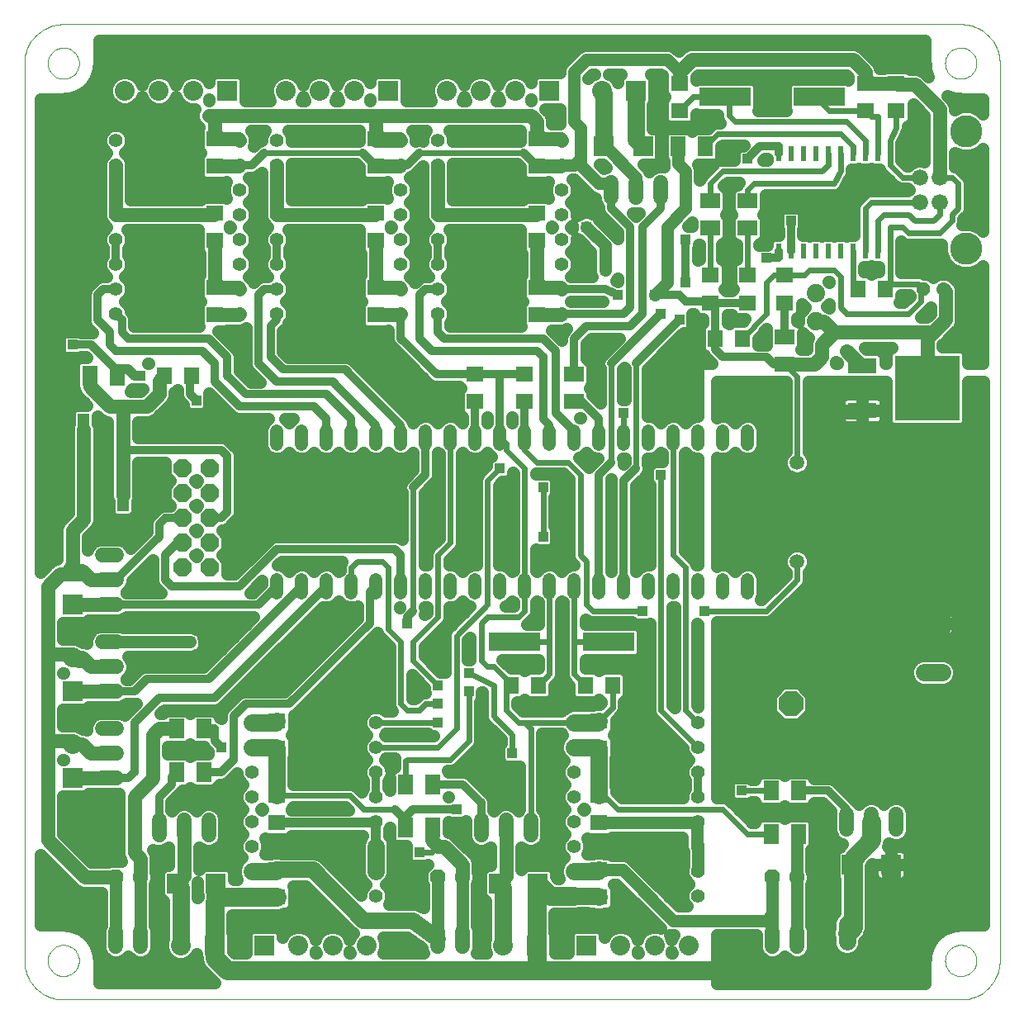
<source format=gtl>
G75*
G70*
%OFA0B0*%
%FSLAX24Y24*%
%IPPOS*%
%LPD*%
%AMOC8*
5,1,8,0,0,1.08239X$1,22.5*
%
%ADD10R,0.0236X0.0591*%
%ADD11R,0.2100X0.0760*%
%ADD12R,0.0709X0.0630*%
%ADD13C,0.0660*%
%ADD14C,0.1300*%
%ADD15R,0.0630X0.0709*%
%ADD16R,0.0630X0.0787*%
%ADD17R,0.0710X0.0630*%
%ADD18R,0.0787X0.0630*%
%ADD19C,0.0520*%
%ADD20C,0.0591*%
%ADD21C,0.1000*%
%ADD22OC8,0.1000*%
%ADD23OC8,0.0520*%
%ADD24C,0.0520*%
%ADD25OC8,0.0740*%
%ADD26C,0.0740*%
%ADD27R,0.0472X0.1260*%
%ADD28R,0.2638X0.2638*%
%ADD29R,0.1181X0.0630*%
%ADD30C,0.0705*%
%ADD31R,0.0787X0.0787*%
%ADD32R,0.0800X0.0800*%
%ADD33C,0.0800*%
%ADD34C,0.0600*%
%ADD35OC8,0.0630*%
%ADD36C,0.0630*%
%ADD37C,0.0594*%
%ADD38C,0.0554*%
%ADD39C,0.0000*%
%ADD40C,0.0240*%
%ADD41C,0.0500*%
%ADD42C,0.0560*%
%ADD43C,0.0700*%
%ADD44C,0.0320*%
%ADD45C,0.0660*%
%ADD46R,0.0396X0.0396*%
%ADD47C,0.0400*%
%ADD48C,0.0760*%
%ADD49C,0.1500*%
D10*
X035066Y033632D03*
X035566Y033632D03*
X036066Y033632D03*
X036566Y033632D03*
X037066Y033632D03*
X037566Y033632D03*
X038066Y033632D03*
X038566Y033632D03*
X039066Y033632D03*
X039566Y033632D03*
X039566Y037569D03*
X039066Y037569D03*
X038566Y037569D03*
X038066Y037569D03*
X037566Y037569D03*
X037066Y037569D03*
X036566Y037569D03*
X036066Y037569D03*
X035566Y037569D03*
X035066Y037569D03*
D11*
X036716Y039851D03*
X032916Y039851D03*
X028216Y017851D03*
X024416Y017851D03*
D12*
X027816Y014652D03*
X027816Y013549D03*
X027816Y011652D03*
X027816Y010549D03*
X027816Y008652D03*
X027816Y007549D03*
X014816Y007549D03*
X014816Y008652D03*
X014816Y010549D03*
X014816Y011652D03*
X014816Y013549D03*
X014816Y014652D03*
X022816Y027549D03*
X022816Y028652D03*
X024816Y028652D03*
X024816Y027549D03*
X025316Y031049D03*
X025316Y032152D03*
X025316Y034049D03*
X025316Y035152D03*
X025316Y037049D03*
X025316Y038152D03*
X031066Y039299D03*
X031066Y040402D03*
X038566Y040402D03*
X039816Y040402D03*
X039816Y039299D03*
X038566Y039299D03*
X018816Y038152D03*
X018816Y037049D03*
X018816Y035152D03*
X018816Y034049D03*
X018816Y032152D03*
X018816Y031049D03*
X012316Y031049D03*
X012316Y032152D03*
X012316Y034049D03*
X012316Y035152D03*
X012316Y037049D03*
X012316Y038152D03*
D13*
X040786Y036593D03*
X041566Y036593D03*
X041566Y035609D03*
X040786Y035609D03*
D14*
X042636Y033731D03*
X042636Y038471D03*
D15*
X039367Y032101D03*
X038265Y032101D03*
X033617Y030101D03*
X032515Y030101D03*
X028367Y016101D03*
X027265Y016101D03*
X025367Y016101D03*
X024265Y016101D03*
X011367Y028601D03*
X010265Y028601D03*
D16*
X008367Y028601D03*
X007265Y028601D03*
X010765Y014351D03*
X011867Y014351D03*
X011867Y012601D03*
X010765Y012601D03*
X020015Y012101D03*
X021117Y012101D03*
X021117Y010351D03*
X020015Y010351D03*
X034765Y010101D03*
X035867Y010101D03*
X035867Y011851D03*
X034765Y011851D03*
X032117Y037851D03*
X031015Y037851D03*
D17*
X032316Y032660D03*
X032316Y031541D03*
X033816Y031541D03*
X033816Y032660D03*
X035316Y032660D03*
X035316Y031541D03*
D18*
X035316Y030152D03*
X035316Y029049D03*
X033816Y034549D03*
X033816Y035652D03*
X032316Y035652D03*
X032316Y034549D03*
X026816Y028652D03*
X026816Y027549D03*
D19*
X026816Y026361D02*
X026816Y025841D01*
X025816Y025841D02*
X025816Y026361D01*
X024816Y026361D02*
X024816Y025841D01*
X023816Y025841D02*
X023816Y026361D01*
X022816Y026361D02*
X022816Y025841D01*
X021816Y025841D02*
X021816Y026361D01*
X020816Y026361D02*
X020816Y025841D01*
X019816Y025841D02*
X019816Y026361D01*
X018816Y026361D02*
X018816Y025841D01*
X017816Y025841D02*
X017816Y026361D01*
X016816Y026361D02*
X016816Y025841D01*
X015816Y025841D02*
X015816Y026361D01*
X014816Y026361D02*
X014816Y025841D01*
X014816Y020361D02*
X014816Y019841D01*
X015816Y019841D02*
X015816Y020361D01*
X016816Y020361D02*
X016816Y019841D01*
X017816Y019841D02*
X017816Y020361D01*
X018816Y020361D02*
X018816Y019841D01*
X019816Y019841D02*
X019816Y020361D01*
X020816Y020361D02*
X020816Y019841D01*
X021816Y019841D02*
X021816Y020361D01*
X022816Y020361D02*
X022816Y019841D01*
X023816Y019841D02*
X023816Y020361D01*
X024816Y020361D02*
X024816Y019841D01*
X025816Y019841D02*
X025816Y020361D01*
X026816Y020361D02*
X026816Y019841D01*
X027816Y019841D02*
X027816Y020361D01*
X028816Y020361D02*
X028816Y019841D01*
X029816Y019841D02*
X029816Y020361D01*
X030816Y020361D02*
X030816Y019841D01*
X031816Y019841D02*
X031816Y020361D01*
X032816Y020361D02*
X032816Y019841D01*
X033816Y019841D02*
X033816Y020361D01*
X033816Y025841D02*
X033816Y026361D01*
X032816Y026361D02*
X032816Y025841D01*
X031816Y025841D02*
X031816Y026361D01*
X030816Y026361D02*
X030816Y025841D01*
X029816Y025841D02*
X029816Y026361D01*
X028816Y026361D02*
X028816Y025841D01*
X027816Y025841D02*
X027816Y026361D01*
D20*
X035816Y025101D03*
X035816Y021101D03*
D21*
X035566Y017351D03*
D22*
X035566Y015351D03*
D23*
X040916Y032101D03*
D24*
X041716Y032101D03*
D25*
X012116Y024851D03*
X012116Y023851D03*
X012116Y022851D03*
X012116Y021851D03*
X011016Y021851D03*
X011016Y022851D03*
X011016Y023851D03*
X011016Y024851D03*
X011016Y020851D03*
X012116Y020851D03*
D26*
X036566Y030781D03*
X036566Y031921D03*
D27*
X008603Y026439D03*
X007028Y026439D03*
X007028Y023762D03*
X008603Y023762D03*
D28*
X041066Y028101D03*
D29*
X038448Y029006D03*
X038448Y027195D03*
D30*
X040963Y018585D02*
X041668Y018585D01*
X041668Y016616D02*
X040963Y016616D01*
X039800Y006453D02*
X039800Y005748D01*
X037831Y005748D02*
X037831Y006453D01*
D31*
X038028Y008851D03*
X039603Y008851D03*
X025353Y008101D03*
X023778Y008101D03*
X012353Y008101D03*
X010778Y008101D03*
X028028Y037851D03*
X029603Y037851D03*
D32*
X029316Y040101D03*
X025816Y040101D03*
X019316Y040101D03*
X012816Y040101D03*
X006566Y019351D03*
X006566Y015851D03*
X006566Y012351D03*
X012316Y005601D03*
X014316Y005601D03*
X025316Y005601D03*
X027316Y005601D03*
D33*
X028694Y005601D03*
X030072Y005601D03*
X031450Y005601D03*
X023938Y005601D03*
X018450Y005601D03*
X017072Y005601D03*
X015694Y005601D03*
X010938Y005601D03*
X006566Y013729D03*
X006566Y017229D03*
X006566Y020729D03*
X008682Y040101D03*
X010060Y040101D03*
X011438Y040101D03*
X015182Y040101D03*
X016560Y040101D03*
X017938Y040101D03*
X021682Y040101D03*
X023060Y040101D03*
X024438Y040101D03*
X027938Y040101D03*
D34*
X028316Y036401D02*
X028316Y035801D01*
X029316Y035801D02*
X029316Y036401D01*
X030316Y036401D02*
X030316Y035801D01*
X037816Y010901D02*
X037816Y010301D01*
X038816Y010301D02*
X038816Y010901D01*
X039816Y010901D02*
X039816Y010301D01*
X025066Y010051D02*
X025066Y010651D01*
X024066Y010651D02*
X024066Y010051D01*
X023066Y010051D02*
X023066Y010651D01*
X012066Y010651D02*
X012066Y010051D01*
X011066Y010051D02*
X011066Y010651D01*
X010066Y010651D02*
X010066Y010051D01*
D35*
X008316Y008351D03*
X021316Y008351D03*
X034816Y008351D03*
D36*
X035816Y008351D03*
X022316Y008351D03*
X009316Y008351D03*
D37*
X009316Y006148D02*
X009316Y005554D01*
X008316Y005554D02*
X008316Y006148D01*
X008363Y012351D02*
X007769Y012351D01*
X007769Y013351D02*
X008363Y013351D01*
X008363Y014351D02*
X007769Y014351D01*
X007769Y015851D02*
X008363Y015851D01*
X008363Y016851D02*
X007769Y016851D01*
X007769Y017851D02*
X008363Y017851D01*
X008363Y019351D02*
X007769Y019351D01*
X007769Y020351D02*
X008363Y020351D01*
X008363Y021351D02*
X007769Y021351D01*
X021316Y006148D02*
X021316Y005554D01*
X022316Y005554D02*
X022316Y006148D01*
X034816Y006148D02*
X034816Y005554D01*
X035816Y005554D02*
X035816Y006148D01*
D38*
X031816Y007601D03*
X031816Y008601D03*
X031816Y009601D03*
X031816Y010601D03*
X031816Y011601D03*
X031816Y012601D03*
X031816Y013601D03*
X031816Y014601D03*
X026816Y014601D03*
X026816Y013601D03*
X026816Y012601D03*
X026816Y011601D03*
X026816Y010601D03*
X026816Y009601D03*
X026816Y008601D03*
X026816Y007601D03*
X018816Y007601D03*
X018816Y008601D03*
X018816Y009601D03*
X018816Y010601D03*
X018816Y011601D03*
X018816Y012601D03*
X018816Y013601D03*
X018816Y014601D03*
X013816Y014601D03*
X013816Y013601D03*
X013816Y012601D03*
X013816Y011601D03*
X013816Y010601D03*
X013816Y009601D03*
X013816Y008601D03*
X013816Y007601D03*
X013316Y031101D03*
X013316Y032101D03*
X013316Y033101D03*
X013316Y034101D03*
X013316Y035101D03*
X013316Y036101D03*
X013316Y037101D03*
X013316Y038101D03*
X014816Y038101D03*
X014816Y037101D03*
X014816Y036101D03*
X014816Y035101D03*
X014816Y034101D03*
X014816Y033101D03*
X014816Y032101D03*
X014816Y031101D03*
X019816Y031101D03*
X019816Y032101D03*
X019816Y033101D03*
X019816Y034101D03*
X019816Y035101D03*
X019816Y036101D03*
X019816Y037101D03*
X019816Y038101D03*
X021316Y038101D03*
X021316Y037101D03*
X021316Y036101D03*
X021316Y035101D03*
X021316Y034101D03*
X021316Y033101D03*
X021316Y032101D03*
X021316Y031101D03*
X026316Y031101D03*
X026316Y032101D03*
X026316Y033101D03*
X026316Y034101D03*
X026316Y035101D03*
X026316Y036101D03*
X026316Y037101D03*
X026316Y038101D03*
X008316Y038101D03*
X008316Y037101D03*
X008316Y036101D03*
X008316Y035101D03*
X008316Y034101D03*
X008316Y033101D03*
X008316Y032101D03*
X008316Y031101D03*
D39*
X004631Y041211D02*
X004631Y004990D01*
X005576Y004990D02*
X005578Y005040D01*
X005584Y005090D01*
X005594Y005139D01*
X005608Y005187D01*
X005625Y005234D01*
X005646Y005279D01*
X005671Y005323D01*
X005699Y005364D01*
X005731Y005403D01*
X005765Y005440D01*
X005802Y005474D01*
X005842Y005504D01*
X005884Y005531D01*
X005928Y005555D01*
X005974Y005576D01*
X006021Y005592D01*
X006069Y005605D01*
X006119Y005614D01*
X006168Y005619D01*
X006219Y005620D01*
X006269Y005617D01*
X006318Y005610D01*
X006367Y005599D01*
X006415Y005584D01*
X006461Y005566D01*
X006506Y005544D01*
X006549Y005518D01*
X006590Y005489D01*
X006629Y005457D01*
X006665Y005422D01*
X006697Y005384D01*
X006727Y005344D01*
X006754Y005301D01*
X006777Y005257D01*
X006796Y005211D01*
X006812Y005163D01*
X006824Y005114D01*
X006832Y005065D01*
X006836Y005015D01*
X006836Y004965D01*
X006832Y004915D01*
X006824Y004866D01*
X006812Y004817D01*
X006796Y004769D01*
X006777Y004723D01*
X006754Y004679D01*
X006727Y004636D01*
X006697Y004596D01*
X006665Y004558D01*
X006629Y004523D01*
X006590Y004491D01*
X006549Y004462D01*
X006506Y004436D01*
X006461Y004414D01*
X006415Y004396D01*
X006367Y004381D01*
X006318Y004370D01*
X006269Y004363D01*
X006219Y004360D01*
X006168Y004361D01*
X006119Y004366D01*
X006069Y004375D01*
X006021Y004388D01*
X005974Y004404D01*
X005928Y004425D01*
X005884Y004449D01*
X005842Y004476D01*
X005802Y004506D01*
X005765Y004540D01*
X005731Y004577D01*
X005699Y004616D01*
X005671Y004657D01*
X005646Y004701D01*
X005625Y004746D01*
X005608Y004793D01*
X005594Y004841D01*
X005584Y004890D01*
X005578Y004940D01*
X005576Y004990D01*
X004631Y004990D02*
X004633Y004913D01*
X004639Y004836D01*
X004648Y004759D01*
X004661Y004683D01*
X004678Y004607D01*
X004699Y004533D01*
X004723Y004459D01*
X004751Y004387D01*
X004782Y004317D01*
X004817Y004248D01*
X004855Y004180D01*
X004896Y004115D01*
X004941Y004052D01*
X004989Y003991D01*
X005039Y003932D01*
X005092Y003876D01*
X005148Y003823D01*
X005207Y003773D01*
X005268Y003725D01*
X005331Y003680D01*
X005396Y003639D01*
X005464Y003601D01*
X005533Y003566D01*
X005603Y003535D01*
X005675Y003507D01*
X005749Y003483D01*
X005823Y003462D01*
X005899Y003445D01*
X005975Y003432D01*
X006052Y003423D01*
X006129Y003417D01*
X006206Y003415D01*
X006206Y003416D02*
X042426Y003416D01*
X041796Y004990D02*
X041798Y005040D01*
X041804Y005090D01*
X041814Y005139D01*
X041828Y005187D01*
X041845Y005234D01*
X041866Y005279D01*
X041891Y005323D01*
X041919Y005364D01*
X041951Y005403D01*
X041985Y005440D01*
X042022Y005474D01*
X042062Y005504D01*
X042104Y005531D01*
X042148Y005555D01*
X042194Y005576D01*
X042241Y005592D01*
X042289Y005605D01*
X042339Y005614D01*
X042388Y005619D01*
X042439Y005620D01*
X042489Y005617D01*
X042538Y005610D01*
X042587Y005599D01*
X042635Y005584D01*
X042681Y005566D01*
X042726Y005544D01*
X042769Y005518D01*
X042810Y005489D01*
X042849Y005457D01*
X042885Y005422D01*
X042917Y005384D01*
X042947Y005344D01*
X042974Y005301D01*
X042997Y005257D01*
X043016Y005211D01*
X043032Y005163D01*
X043044Y005114D01*
X043052Y005065D01*
X043056Y005015D01*
X043056Y004965D01*
X043052Y004915D01*
X043044Y004866D01*
X043032Y004817D01*
X043016Y004769D01*
X042997Y004723D01*
X042974Y004679D01*
X042947Y004636D01*
X042917Y004596D01*
X042885Y004558D01*
X042849Y004523D01*
X042810Y004491D01*
X042769Y004462D01*
X042726Y004436D01*
X042681Y004414D01*
X042635Y004396D01*
X042587Y004381D01*
X042538Y004370D01*
X042489Y004363D01*
X042439Y004360D01*
X042388Y004361D01*
X042339Y004366D01*
X042289Y004375D01*
X042241Y004388D01*
X042194Y004404D01*
X042148Y004425D01*
X042104Y004449D01*
X042062Y004476D01*
X042022Y004506D01*
X041985Y004540D01*
X041951Y004577D01*
X041919Y004616D01*
X041891Y004657D01*
X041866Y004701D01*
X041845Y004746D01*
X041828Y004793D01*
X041814Y004841D01*
X041804Y004890D01*
X041798Y004940D01*
X041796Y004990D01*
X042426Y003415D02*
X042503Y003417D01*
X042580Y003423D01*
X042657Y003432D01*
X042733Y003445D01*
X042809Y003462D01*
X042883Y003483D01*
X042957Y003507D01*
X043029Y003535D01*
X043099Y003566D01*
X043168Y003601D01*
X043236Y003639D01*
X043301Y003680D01*
X043364Y003725D01*
X043425Y003773D01*
X043484Y003823D01*
X043540Y003876D01*
X043593Y003932D01*
X043643Y003991D01*
X043691Y004052D01*
X043736Y004115D01*
X043777Y004180D01*
X043815Y004248D01*
X043850Y004317D01*
X043881Y004387D01*
X043909Y004459D01*
X043933Y004533D01*
X043954Y004607D01*
X043971Y004683D01*
X043984Y004759D01*
X043993Y004836D01*
X043999Y004913D01*
X044001Y004990D01*
X044001Y041211D01*
X041796Y041211D02*
X041798Y041261D01*
X041804Y041311D01*
X041814Y041360D01*
X041828Y041408D01*
X041845Y041455D01*
X041866Y041500D01*
X041891Y041544D01*
X041919Y041585D01*
X041951Y041624D01*
X041985Y041661D01*
X042022Y041695D01*
X042062Y041725D01*
X042104Y041752D01*
X042148Y041776D01*
X042194Y041797D01*
X042241Y041813D01*
X042289Y041826D01*
X042339Y041835D01*
X042388Y041840D01*
X042439Y041841D01*
X042489Y041838D01*
X042538Y041831D01*
X042587Y041820D01*
X042635Y041805D01*
X042681Y041787D01*
X042726Y041765D01*
X042769Y041739D01*
X042810Y041710D01*
X042849Y041678D01*
X042885Y041643D01*
X042917Y041605D01*
X042947Y041565D01*
X042974Y041522D01*
X042997Y041478D01*
X043016Y041432D01*
X043032Y041384D01*
X043044Y041335D01*
X043052Y041286D01*
X043056Y041236D01*
X043056Y041186D01*
X043052Y041136D01*
X043044Y041087D01*
X043032Y041038D01*
X043016Y040990D01*
X042997Y040944D01*
X042974Y040900D01*
X042947Y040857D01*
X042917Y040817D01*
X042885Y040779D01*
X042849Y040744D01*
X042810Y040712D01*
X042769Y040683D01*
X042726Y040657D01*
X042681Y040635D01*
X042635Y040617D01*
X042587Y040602D01*
X042538Y040591D01*
X042489Y040584D01*
X042439Y040581D01*
X042388Y040582D01*
X042339Y040587D01*
X042289Y040596D01*
X042241Y040609D01*
X042194Y040625D01*
X042148Y040646D01*
X042104Y040670D01*
X042062Y040697D01*
X042022Y040727D01*
X041985Y040761D01*
X041951Y040798D01*
X041919Y040837D01*
X041891Y040878D01*
X041866Y040922D01*
X041845Y040967D01*
X041828Y041014D01*
X041814Y041062D01*
X041804Y041111D01*
X041798Y041161D01*
X041796Y041211D01*
X042426Y042786D02*
X042503Y042784D01*
X042580Y042778D01*
X042657Y042769D01*
X042733Y042756D01*
X042809Y042739D01*
X042883Y042718D01*
X042957Y042694D01*
X043029Y042666D01*
X043099Y042635D01*
X043168Y042600D01*
X043236Y042562D01*
X043301Y042521D01*
X043364Y042476D01*
X043425Y042428D01*
X043484Y042378D01*
X043540Y042325D01*
X043593Y042269D01*
X043643Y042210D01*
X043691Y042149D01*
X043736Y042086D01*
X043777Y042021D01*
X043815Y041953D01*
X043850Y041884D01*
X043881Y041814D01*
X043909Y041742D01*
X043933Y041668D01*
X043954Y041594D01*
X043971Y041518D01*
X043984Y041442D01*
X043993Y041365D01*
X043999Y041288D01*
X044001Y041211D01*
X042426Y042786D02*
X006206Y042786D01*
X005576Y041211D02*
X005578Y041261D01*
X005584Y041311D01*
X005594Y041360D01*
X005608Y041408D01*
X005625Y041455D01*
X005646Y041500D01*
X005671Y041544D01*
X005699Y041585D01*
X005731Y041624D01*
X005765Y041661D01*
X005802Y041695D01*
X005842Y041725D01*
X005884Y041752D01*
X005928Y041776D01*
X005974Y041797D01*
X006021Y041813D01*
X006069Y041826D01*
X006119Y041835D01*
X006168Y041840D01*
X006219Y041841D01*
X006269Y041838D01*
X006318Y041831D01*
X006367Y041820D01*
X006415Y041805D01*
X006461Y041787D01*
X006506Y041765D01*
X006549Y041739D01*
X006590Y041710D01*
X006629Y041678D01*
X006665Y041643D01*
X006697Y041605D01*
X006727Y041565D01*
X006754Y041522D01*
X006777Y041478D01*
X006796Y041432D01*
X006812Y041384D01*
X006824Y041335D01*
X006832Y041286D01*
X006836Y041236D01*
X006836Y041186D01*
X006832Y041136D01*
X006824Y041087D01*
X006812Y041038D01*
X006796Y040990D01*
X006777Y040944D01*
X006754Y040900D01*
X006727Y040857D01*
X006697Y040817D01*
X006665Y040779D01*
X006629Y040744D01*
X006590Y040712D01*
X006549Y040683D01*
X006506Y040657D01*
X006461Y040635D01*
X006415Y040617D01*
X006367Y040602D01*
X006318Y040591D01*
X006269Y040584D01*
X006219Y040581D01*
X006168Y040582D01*
X006119Y040587D01*
X006069Y040596D01*
X006021Y040609D01*
X005974Y040625D01*
X005928Y040646D01*
X005884Y040670D01*
X005842Y040697D01*
X005802Y040727D01*
X005765Y040761D01*
X005731Y040798D01*
X005699Y040837D01*
X005671Y040878D01*
X005646Y040922D01*
X005625Y040967D01*
X005608Y041014D01*
X005594Y041062D01*
X005584Y041111D01*
X005578Y041161D01*
X005576Y041211D01*
X004631Y041211D02*
X004633Y041288D01*
X004639Y041365D01*
X004648Y041442D01*
X004661Y041518D01*
X004678Y041594D01*
X004699Y041668D01*
X004723Y041742D01*
X004751Y041814D01*
X004782Y041884D01*
X004817Y041953D01*
X004855Y042021D01*
X004896Y042086D01*
X004941Y042149D01*
X004989Y042210D01*
X005039Y042269D01*
X005092Y042325D01*
X005148Y042378D01*
X005207Y042428D01*
X005268Y042476D01*
X005331Y042521D01*
X005396Y042562D01*
X005464Y042600D01*
X005533Y042635D01*
X005603Y042666D01*
X005675Y042694D01*
X005749Y042718D01*
X005823Y042739D01*
X005899Y042756D01*
X005975Y042769D01*
X006052Y042778D01*
X006129Y042784D01*
X006206Y042786D01*
D40*
X014316Y037601D02*
X018265Y037601D01*
X020566Y037601D02*
X024765Y037601D01*
X031066Y039299D02*
X031617Y039851D01*
X032916Y039851D01*
X033066Y039701D01*
X033066Y039101D01*
X033316Y038851D01*
X037816Y038851D01*
X038566Y038101D01*
X038566Y037569D01*
X039066Y037569D02*
X039066Y039049D01*
X038816Y039049D01*
X038566Y039299D01*
X037117Y039299D01*
X036816Y039601D01*
X036816Y039751D01*
X036716Y039851D01*
X037566Y038351D02*
X032617Y038351D01*
X032117Y037851D01*
X032816Y036851D02*
X032316Y036351D01*
X032316Y035652D01*
X032316Y034549D02*
X032316Y032660D01*
X033816Y032660D02*
X033816Y034549D01*
X033816Y035652D02*
X033816Y036101D01*
X034066Y036351D01*
X037316Y036351D01*
X037566Y036851D01*
X037566Y037569D01*
X038066Y037569D02*
X038066Y037851D01*
X037566Y038351D01*
X037066Y037569D02*
X037066Y037101D01*
X036816Y036851D01*
X032816Y036851D01*
X036316Y032851D02*
X037316Y032851D01*
X037566Y032601D01*
X037566Y031351D01*
X037816Y031101D01*
X040316Y031101D01*
X040816Y031601D01*
X040816Y032001D01*
X040916Y032101D01*
X040717Y032299D01*
X039566Y032299D01*
X039367Y032101D01*
X039566Y032299D02*
X039566Y033632D01*
X039566Y034601D01*
X040066Y034601D01*
X040316Y034351D01*
X041566Y034351D01*
X042066Y034851D01*
X042066Y035101D01*
X042316Y035351D01*
X042316Y036351D01*
X042066Y036601D01*
X041574Y036601D01*
X041566Y036593D01*
X040786Y036593D02*
X040778Y036601D01*
X040066Y036601D01*
X039566Y037101D01*
X039566Y037569D01*
X039566Y038101D01*
X039816Y038601D01*
X039816Y039299D01*
X040786Y035609D02*
X040778Y035601D01*
X038816Y035601D01*
X038566Y035351D01*
X038566Y033632D01*
X039066Y033632D02*
X039066Y034851D01*
X039316Y035101D01*
X040316Y035101D01*
X040566Y034851D01*
X041316Y034851D01*
X041566Y035101D01*
X041566Y035609D01*
X038066Y033632D02*
X038066Y032299D01*
X038265Y032101D01*
X036316Y032851D02*
X036126Y032660D01*
X035316Y032660D01*
X034876Y032660D01*
X034566Y032351D01*
X034566Y031101D01*
X034066Y030601D01*
X034066Y030549D01*
X033617Y030101D01*
X035316Y029049D02*
X035816Y028549D01*
X035816Y025101D01*
X035816Y021101D02*
X035816Y020351D01*
X034566Y019101D01*
X032066Y019101D01*
X031316Y020851D02*
X031316Y015101D01*
X031816Y014601D01*
X031816Y013601D02*
X030316Y015101D01*
X030316Y024601D01*
X029316Y024851D02*
X029316Y029101D01*
X028316Y029101D02*
X028316Y025101D01*
X028816Y026101D02*
X028816Y027101D01*
X030816Y026101D02*
X030816Y021351D01*
X031316Y020851D01*
X029566Y019101D02*
X027566Y019101D01*
X027316Y019351D01*
X027316Y021101D01*
X027066Y021351D01*
X027066Y024601D01*
X026566Y025101D01*
X025316Y025101D01*
X024816Y025601D01*
X024816Y026101D01*
X024066Y025851D02*
X023816Y026101D01*
X024066Y025851D02*
X024066Y025601D01*
X024816Y024851D01*
X024816Y020101D01*
X024816Y019101D01*
X024566Y018851D01*
X023316Y018851D01*
X023066Y018601D01*
X023066Y017101D01*
X023316Y016851D01*
X023566Y016851D01*
X024265Y016152D01*
X024265Y016101D01*
X024066Y015902D01*
X024066Y015101D01*
X024566Y014601D01*
X024816Y014601D01*
X025066Y014351D01*
X025066Y010351D01*
X027816Y011851D02*
X028566Y011101D01*
X032816Y011101D01*
X033816Y010101D01*
X034765Y010101D01*
X034765Y011851D02*
X033566Y011851D01*
X028367Y015203D02*
X027816Y014652D01*
X028367Y015203D02*
X028367Y016101D01*
X027265Y016101D02*
X026816Y016549D01*
X026816Y017851D01*
X028216Y017851D01*
X026816Y017851D02*
X026816Y020101D01*
X025816Y020101D02*
X025816Y017851D01*
X024416Y017851D01*
X025816Y017851D02*
X025816Y016549D01*
X025367Y016101D01*
X024816Y014601D02*
X026816Y014601D01*
X024316Y014101D02*
X024316Y013351D01*
X024316Y014101D02*
X023566Y014851D01*
X023566Y016101D01*
X022566Y016601D01*
X022566Y015851D02*
X022566Y013851D01*
X021816Y013101D01*
X020066Y013101D01*
X020015Y013049D01*
X020015Y012101D01*
X019566Y011101D02*
X018316Y011101D01*
X017765Y011652D01*
X014816Y011652D01*
X018816Y013601D02*
X021316Y013601D01*
X022066Y014351D01*
X022066Y018101D01*
X023316Y019351D01*
X023316Y024351D01*
X023816Y024851D01*
X025566Y024101D02*
X025566Y022101D01*
X021816Y021851D02*
X021316Y021351D01*
X021316Y018851D01*
X020316Y017851D01*
X020316Y017101D01*
X021316Y016101D01*
X021316Y015351D02*
X020816Y015351D01*
X020566Y015101D01*
X020066Y015101D01*
X019816Y015351D01*
X019816Y017851D01*
X019316Y018351D01*
X019316Y020851D01*
X019066Y021101D01*
X018066Y021101D01*
X017816Y020851D01*
X017816Y020101D01*
X020316Y019101D02*
X020316Y024101D01*
X021816Y026101D02*
X021816Y021851D01*
X021316Y014601D02*
X018816Y014601D01*
X021316Y009601D02*
X021066Y009351D01*
X020566Y009351D01*
D41*
X020038Y009571D02*
X019496Y009571D01*
X019513Y009677D02*
X019496Y009694D01*
X019496Y008465D01*
X019392Y008215D01*
X019226Y008049D01*
X019330Y007945D01*
X019423Y007721D01*
X019423Y007480D01*
X019332Y007261D01*
X020269Y007261D01*
X020352Y007273D01*
X020399Y007261D01*
X020447Y007261D01*
X020525Y007228D01*
X020607Y007207D01*
X020645Y007179D01*
X020690Y007160D01*
X020736Y007114D01*
X020736Y008018D01*
X020671Y008083D01*
X020671Y008618D01*
X020908Y008855D01*
X020829Y008823D01*
X020302Y008823D01*
X020181Y008873D01*
X020088Y008966D01*
X020038Y009087D01*
X020038Y009614D01*
X020043Y009627D01*
X019634Y009627D01*
X019513Y009677D01*
X019370Y010008D02*
X019346Y010032D01*
X019346Y010294D01*
X019370Y010351D01*
X019370Y010008D01*
X019370Y010069D02*
X019346Y010069D01*
X018273Y010019D02*
X018239Y009986D01*
X018136Y009736D01*
X018136Y008465D01*
X018239Y008215D01*
X018406Y008049D01*
X018301Y007945D01*
X018209Y007721D01*
X018209Y007641D01*
X016638Y009211D01*
X016396Y009312D01*
X014999Y009312D01*
X014951Y009332D01*
X014680Y009332D01*
X014596Y009297D01*
X014396Y009297D01*
X014357Y009281D01*
X014340Y009281D01*
X014423Y009480D01*
X014423Y009721D01*
X014337Y009929D01*
X014396Y009905D01*
X015236Y009905D01*
X015357Y009955D01*
X015422Y010019D01*
X018273Y010019D01*
X018136Y009571D02*
X014423Y009571D01*
X013406Y009152D02*
X013239Y008986D01*
X013136Y008736D01*
X013136Y008465D01*
X013221Y008259D01*
X013077Y008259D01*
X013077Y008560D01*
X013027Y008681D01*
X012934Y008774D01*
X012812Y008824D01*
X011894Y008824D01*
X011773Y008774D01*
X011680Y008681D01*
X011676Y008672D01*
X011676Y009550D01*
X011709Y009517D01*
X011940Y009421D01*
X012191Y009421D01*
X012423Y009517D01*
X012600Y009694D01*
X012696Y009925D01*
X012696Y010776D01*
X012600Y011008D01*
X012423Y011185D01*
X012191Y011281D01*
X011940Y011281D01*
X011709Y011185D01*
X011566Y011042D01*
X011423Y011185D01*
X011191Y011281D01*
X010940Y011281D01*
X010709Y011185D01*
X010566Y011042D01*
X010556Y011052D01*
X010556Y011398D01*
X010843Y011685D01*
X010981Y011823D01*
X011003Y011877D01*
X011145Y011877D01*
X011266Y011927D01*
X011316Y011976D01*
X011365Y011927D01*
X011486Y011877D01*
X012248Y011877D01*
X012369Y011927D01*
X012462Y012020D01*
X012499Y012111D01*
X012663Y012111D01*
X012843Y012185D01*
X013209Y012551D01*
X013209Y012480D01*
X013301Y012257D01*
X013457Y012101D01*
X013301Y011945D01*
X013209Y011721D01*
X013209Y011480D01*
X013301Y011257D01*
X013457Y011101D01*
X013301Y010945D01*
X013209Y010721D01*
X013209Y010480D01*
X013301Y010257D01*
X013457Y010101D01*
X013301Y009945D01*
X013209Y009721D01*
X013209Y009480D01*
X013301Y009257D01*
X013406Y009152D01*
X013326Y009072D02*
X011676Y009072D01*
X011629Y008155D02*
X011629Y007641D01*
X011636Y007626D01*
X011636Y007564D01*
X011618Y007521D01*
X011618Y008076D01*
X011607Y008102D01*
X011629Y008155D01*
X011618Y008075D02*
X011629Y008075D01*
X011618Y007577D02*
X011636Y007577D01*
X010258Y007402D02*
X010258Y005867D01*
X010208Y005746D01*
X010208Y005455D01*
X010319Y005187D01*
X010524Y004982D01*
X010793Y004871D01*
X011083Y004871D01*
X011351Y004982D01*
X011557Y005187D01*
X011586Y005257D01*
X011586Y005135D01*
X011606Y005087D01*
X011606Y004959D01*
X011714Y004698D01*
X012214Y004198D01*
X012312Y004101D01*
X007637Y004101D01*
X007637Y004950D01*
X007640Y004959D01*
X007637Y004999D01*
X007637Y005040D01*
X007633Y005049D01*
X007626Y005145D01*
X007629Y005163D01*
X007623Y005194D01*
X007620Y005226D01*
X007612Y005242D01*
X007590Y005346D01*
X007590Y005364D01*
X007579Y005394D01*
X007572Y005425D01*
X007562Y005440D01*
X007525Y005539D01*
X007523Y005557D01*
X007508Y005585D01*
X007497Y005615D01*
X007484Y005628D01*
X007434Y005721D01*
X007429Y005739D01*
X007410Y005764D01*
X007395Y005792D01*
X007380Y005804D01*
X007317Y005889D01*
X007310Y005905D01*
X007288Y005928D01*
X007268Y005954D01*
X007253Y005963D01*
X007178Y006038D01*
X007169Y006053D01*
X007143Y006072D01*
X007121Y006095D01*
X007104Y006102D01*
X007019Y006165D01*
X007008Y006180D01*
X006980Y006195D01*
X006954Y006214D01*
X006936Y006218D01*
X006844Y006269D01*
X006830Y006282D01*
X006800Y006293D01*
X006772Y006308D01*
X006754Y006310D01*
X006655Y006347D01*
X006640Y006357D01*
X006609Y006364D01*
X006579Y006375D01*
X006561Y006375D01*
X006457Y006397D01*
X006441Y006405D01*
X006409Y006408D01*
X006378Y006414D01*
X006360Y006411D01*
X006264Y006418D01*
X006255Y006422D01*
X006214Y006422D01*
X006174Y006424D01*
X006165Y006422D01*
X005281Y006422D01*
X005281Y009273D01*
X006720Y007834D01*
X006944Y007741D01*
X007736Y007741D01*
X007736Y006385D01*
X007689Y006272D01*
X007689Y005429D01*
X007784Y005199D01*
X007961Y005022D01*
X008191Y004927D01*
X008440Y004927D01*
X008671Y005022D01*
X008816Y005167D01*
X008961Y005022D01*
X009191Y004927D01*
X009440Y004927D01*
X009671Y005022D01*
X009847Y005199D01*
X009943Y005429D01*
X009943Y006272D01*
X009896Y006385D01*
X009896Y008065D01*
X009961Y008222D01*
X009961Y008479D01*
X009926Y008563D01*
X009926Y009222D01*
X009833Y009446D01*
X009800Y009479D01*
X009940Y009421D01*
X010191Y009421D01*
X010423Y009517D01*
X010456Y009550D01*
X010456Y008824D01*
X010319Y008824D01*
X010198Y008774D01*
X010105Y008681D01*
X010055Y008560D01*
X010055Y007641D01*
X010105Y007520D01*
X010198Y007427D01*
X010258Y007402D01*
X010081Y007577D02*
X009896Y007577D01*
X009900Y008075D02*
X010055Y008075D01*
X010060Y008574D02*
X009926Y008574D01*
X009926Y009072D02*
X010456Y009072D01*
X009316Y008351D02*
X009316Y005851D01*
X009943Y006081D02*
X010258Y006081D01*
X010258Y006580D02*
X009896Y006580D01*
X009896Y007078D02*
X010258Y007078D01*
X010208Y005583D02*
X009943Y005583D01*
X009733Y005084D02*
X010422Y005084D01*
X011454Y005084D02*
X011606Y005084D01*
X011827Y004586D02*
X007637Y004586D01*
X007631Y005084D02*
X007899Y005084D01*
X007689Y005583D02*
X007509Y005583D01*
X007689Y006081D02*
X007134Y006081D01*
X007736Y006580D02*
X005281Y006580D01*
X005281Y007078D02*
X007736Y007078D01*
X007736Y007577D02*
X005281Y007577D01*
X005281Y008075D02*
X006479Y008075D01*
X005980Y008574D02*
X005281Y008574D01*
X005281Y009072D02*
X005482Y009072D01*
X006708Y009571D02*
X008456Y009571D01*
X008456Y009229D02*
X008549Y009005D01*
X008558Y008996D01*
X008049Y008996D01*
X008014Y008961D01*
X007318Y008961D01*
X006176Y010103D01*
X006176Y011621D01*
X007031Y011621D01*
X007153Y011671D01*
X007222Y011741D01*
X007604Y011741D01*
X007644Y011724D01*
X008456Y011724D01*
X008456Y011722D01*
X008456Y009229D01*
X008521Y009072D02*
X007207Y009072D01*
X008316Y008351D02*
X008316Y005851D01*
X008733Y005084D02*
X008899Y005084D01*
X013046Y005375D02*
X013110Y005311D01*
X013586Y005311D01*
X013586Y006066D01*
X013636Y006188D01*
X013729Y006280D01*
X013850Y006331D01*
X014781Y006331D01*
X014903Y006280D01*
X014996Y006188D01*
X015046Y006066D01*
X015046Y005944D01*
X015075Y006014D01*
X015280Y006220D01*
X015548Y006331D01*
X015839Y006331D01*
X016107Y006220D01*
X016313Y006014D01*
X016383Y005845D01*
X016453Y006014D01*
X016658Y006220D01*
X016926Y006331D01*
X017217Y006331D01*
X017485Y006220D01*
X017691Y006014D01*
X017761Y005845D01*
X017831Y006014D01*
X017900Y006083D01*
X017756Y006227D01*
X015991Y007992D01*
X015474Y007992D01*
X015500Y007930D01*
X015500Y007753D01*
X015526Y007691D01*
X015526Y007408D01*
X015500Y007346D01*
X015500Y007169D01*
X015450Y007048D01*
X015357Y006955D01*
X015236Y006905D01*
X015114Y006905D01*
X014957Y006839D01*
X013026Y006839D01*
X013026Y006115D01*
X013046Y006066D01*
X013046Y005375D01*
X013046Y005583D02*
X013586Y005583D01*
X013592Y006081D02*
X013040Y006081D01*
X013026Y006580D02*
X017403Y006580D01*
X017624Y006081D02*
X017898Y006081D01*
X017761Y005356D02*
X017742Y005311D01*
X017780Y005311D01*
X017761Y005356D01*
X019120Y005311D02*
X019180Y005455D01*
X019180Y005746D01*
X019099Y005941D01*
X020096Y005941D01*
X020689Y005496D01*
X020689Y005429D01*
X020738Y005311D01*
X019120Y005311D01*
X019180Y005583D02*
X020573Y005583D01*
X021316Y005851D02*
X021316Y008351D01*
X020671Y008574D02*
X019496Y008574D01*
X019496Y009072D02*
X020044Y009072D01*
X020679Y008075D02*
X019252Y008075D01*
X019423Y007577D02*
X020736Y007577D01*
X022316Y008351D02*
X022316Y005851D01*
X022943Y005429D02*
X022894Y005311D01*
X023268Y005311D01*
X023208Y005455D01*
X023208Y005746D01*
X023258Y005867D01*
X023258Y007402D01*
X023198Y007427D01*
X023105Y007520D01*
X023055Y007641D01*
X023055Y008560D01*
X023105Y008681D01*
X023198Y008774D01*
X023319Y008824D01*
X023456Y008824D01*
X023456Y009550D01*
X023423Y009517D01*
X023191Y009421D01*
X022940Y009421D01*
X022709Y009517D01*
X022532Y009694D01*
X022436Y009925D01*
X022436Y010617D01*
X022329Y010573D01*
X021802Y010573D01*
X021762Y010589D01*
X021762Y010180D01*
X021911Y010118D01*
X022083Y009946D01*
X022833Y009196D01*
X022926Y008972D01*
X022926Y008563D01*
X022961Y008479D01*
X022961Y008222D01*
X022896Y008065D01*
X022896Y006385D01*
X022943Y006272D01*
X022943Y005429D01*
X022943Y005583D02*
X023208Y005583D01*
X023258Y006081D02*
X022943Y006081D01*
X022896Y006580D02*
X023258Y006580D01*
X023258Y007078D02*
X022896Y007078D01*
X022896Y007577D02*
X023081Y007577D01*
X023055Y008075D02*
X022900Y008075D01*
X022926Y008574D02*
X023060Y008574D01*
X022884Y009072D02*
X023456Y009072D01*
X022655Y009571D02*
X022458Y009571D01*
X022436Y010069D02*
X021960Y010069D01*
X021762Y010568D02*
X022436Y010568D01*
X023556Y011052D02*
X023556Y011448D01*
X023481Y011628D01*
X022731Y012378D01*
X022593Y012516D01*
X022413Y012591D01*
X021749Y012591D01*
X021724Y012651D01*
X021905Y012651D01*
X022071Y012719D01*
X022821Y013469D01*
X022947Y013596D01*
X023016Y013761D01*
X023016Y015438D01*
X023044Y015466D01*
X023094Y015587D01*
X023094Y015833D01*
X023116Y015823D01*
X023116Y014761D01*
X023184Y014596D01*
X023866Y013914D01*
X023866Y013764D01*
X023838Y013736D01*
X023788Y013614D01*
X023788Y013087D01*
X023838Y012966D01*
X023931Y012873D01*
X024052Y012823D01*
X024579Y012823D01*
X024616Y012838D01*
X024616Y011092D01*
X024566Y011042D01*
X024423Y011185D01*
X024191Y011281D01*
X023940Y011281D01*
X023709Y011185D01*
X023566Y011042D01*
X023556Y011052D01*
X023556Y011066D02*
X023590Y011066D01*
X023507Y011565D02*
X024616Y011565D01*
X024616Y012063D02*
X023046Y012063D01*
X022483Y012562D02*
X024616Y012562D01*
X025516Y012562D02*
X026209Y012562D01*
X026209Y012480D02*
X026301Y012257D01*
X026457Y012101D01*
X026301Y011945D01*
X026209Y011721D01*
X026209Y011480D01*
X026301Y011257D01*
X026457Y011101D01*
X026301Y010945D01*
X026209Y010721D01*
X026209Y010480D01*
X026301Y010257D01*
X026457Y010101D01*
X026301Y009945D01*
X026209Y009721D01*
X026209Y009480D01*
X026301Y009257D01*
X026406Y009152D01*
X026239Y008986D01*
X026136Y008736D01*
X026136Y008465D01*
X026200Y008311D01*
X026147Y008311D01*
X026077Y008381D01*
X026077Y008560D01*
X026027Y008681D01*
X025934Y008774D01*
X025812Y008824D01*
X024894Y008824D01*
X024773Y008774D01*
X024680Y008681D01*
X024676Y008672D01*
X024676Y009550D01*
X024709Y009517D01*
X024940Y009421D01*
X025191Y009421D01*
X025423Y009517D01*
X025600Y009694D01*
X025696Y009925D01*
X025696Y010776D01*
X025600Y011008D01*
X025516Y011092D01*
X025516Y014151D01*
X026304Y014151D01*
X026354Y014101D01*
X026239Y013986D01*
X026136Y013736D01*
X026136Y013465D01*
X026239Y013215D01*
X026406Y013049D01*
X026301Y012945D01*
X026209Y012721D01*
X026209Y012480D01*
X026420Y012063D02*
X025516Y012063D01*
X025516Y011565D02*
X026209Y011565D01*
X026423Y011066D02*
X025541Y011066D01*
X025696Y010568D02*
X026209Y010568D01*
X026426Y010069D02*
X025696Y010069D01*
X025477Y009571D02*
X026209Y009571D01*
X026326Y009072D02*
X024676Y009072D01*
X026071Y008574D02*
X026136Y008574D01*
X027340Y009281D02*
X027423Y009480D01*
X027423Y009721D01*
X027337Y009929D01*
X027396Y009905D01*
X028236Y009905D01*
X028357Y009955D01*
X028372Y009969D01*
X031185Y009969D01*
X031185Y009536D01*
X031236Y009413D01*
X031236Y008787D01*
X031209Y008721D01*
X031209Y008480D01*
X031301Y008257D01*
X031457Y008101D01*
X031301Y007945D01*
X031209Y007721D01*
X031209Y007480D01*
X031301Y007257D01*
X031377Y007181D01*
X031056Y007181D01*
X029093Y009144D01*
X028880Y009232D01*
X028649Y009232D01*
X028372Y009232D01*
X028357Y009247D01*
X028236Y009297D01*
X028036Y009297D01*
X027951Y009332D01*
X027680Y009332D01*
X027596Y009297D01*
X027396Y009297D01*
X027357Y009281D01*
X027340Y009281D01*
X027423Y009571D02*
X031185Y009571D01*
X031236Y009072D02*
X029164Y009072D01*
X028765Y008652D02*
X030816Y006601D01*
X034566Y006601D01*
X034816Y006851D01*
X034816Y008351D01*
X035816Y008351D02*
X035816Y010049D01*
X035867Y010101D01*
X036512Y010069D02*
X037230Y010069D01*
X037186Y010175D02*
X037282Y009944D01*
X037459Y009767D01*
X037649Y009688D01*
X037512Y009551D01*
X037448Y009524D01*
X037355Y009431D01*
X037305Y009310D01*
X037305Y008391D01*
X037355Y008270D01*
X037356Y008269D01*
X037356Y006943D01*
X037253Y006840D01*
X037149Y006589D01*
X037149Y006308D01*
X037121Y006242D01*
X037121Y005959D01*
X037149Y005893D01*
X037149Y005612D01*
X037253Y005362D01*
X037445Y005170D01*
X037696Y005066D01*
X037967Y005066D01*
X038218Y005170D01*
X038410Y005362D01*
X038514Y005612D01*
X038514Y005779D01*
X038668Y005933D01*
X038776Y006194D01*
X038776Y008807D01*
X038859Y008890D01*
X038859Y008851D01*
X039603Y008851D01*
X039603Y009594D01*
X039478Y009594D01*
X039526Y009709D01*
X039526Y009739D01*
X039690Y009671D01*
X039941Y009671D01*
X040173Y009767D01*
X040350Y009944D01*
X040446Y010175D01*
X040446Y011026D01*
X040350Y011258D01*
X040173Y011435D01*
X039941Y011531D01*
X039690Y011531D01*
X039459Y011435D01*
X039316Y011292D01*
X039173Y011435D01*
X038941Y011531D01*
X038690Y011531D01*
X038459Y011435D01*
X038316Y011292D01*
X038233Y011375D01*
X038231Y011378D01*
X037481Y012128D01*
X037343Y012266D01*
X037163Y012341D01*
X036499Y012341D01*
X036462Y012431D01*
X036369Y012524D01*
X036248Y012574D01*
X035486Y012574D01*
X035365Y012524D01*
X035316Y012475D01*
X035266Y012524D01*
X035145Y012574D01*
X034384Y012574D01*
X034263Y012524D01*
X034170Y012431D01*
X034120Y012310D01*
X034120Y012301D01*
X033979Y012301D01*
X033951Y012329D01*
X033829Y012379D01*
X033302Y012379D01*
X033181Y012329D01*
X033088Y012236D01*
X033038Y012114D01*
X033038Y011587D01*
X033088Y011466D01*
X033181Y011373D01*
X033302Y011323D01*
X033829Y011323D01*
X033951Y011373D01*
X033979Y011401D01*
X034120Y011401D01*
X034120Y011391D01*
X034170Y011270D01*
X034263Y011177D01*
X034384Y011127D01*
X035145Y011127D01*
X035266Y011177D01*
X035316Y011226D01*
X035365Y011177D01*
X035486Y011127D01*
X036248Y011127D01*
X036369Y011177D01*
X036462Y011270D01*
X036499Y011361D01*
X036863Y011361D01*
X037189Y011034D01*
X037186Y011026D01*
X037186Y010175D01*
X037186Y010568D02*
X036509Y010568D01*
X036512Y010560D02*
X036462Y010681D01*
X036369Y010774D01*
X036248Y010824D01*
X035486Y010824D01*
X035365Y010774D01*
X035316Y010725D01*
X035266Y010774D01*
X035145Y010824D01*
X034384Y010824D01*
X034263Y010774D01*
X034170Y010681D01*
X034120Y010560D01*
X034120Y010551D01*
X034002Y010551D01*
X033197Y011356D01*
X033071Y011482D01*
X032905Y011551D01*
X032566Y011551D01*
X032566Y018651D01*
X034655Y018651D01*
X034821Y018719D01*
X036071Y019969D01*
X036197Y020096D01*
X036266Y020261D01*
X036266Y020666D01*
X036346Y020746D01*
X036441Y020976D01*
X036441Y021225D01*
X036346Y021455D01*
X036170Y021631D01*
X035940Y021726D01*
X035691Y021726D01*
X035462Y021631D01*
X035286Y021455D01*
X035190Y021225D01*
X035190Y020976D01*
X035286Y020746D01*
X035366Y020666D01*
X035366Y020537D01*
X034379Y019551D01*
X034334Y019551D01*
X034406Y019723D01*
X034406Y020478D01*
X034316Y020695D01*
X034150Y020861D01*
X033933Y020951D01*
X033698Y020951D01*
X033482Y020861D01*
X033316Y020695D01*
X033150Y020861D01*
X032933Y020951D01*
X032698Y020951D01*
X032566Y020896D01*
X032566Y025306D01*
X032698Y025251D01*
X032933Y025251D01*
X033150Y025340D01*
X033316Y025506D01*
X033482Y025340D01*
X033698Y025251D01*
X033933Y025251D01*
X034150Y025340D01*
X034316Y025506D01*
X034406Y025723D01*
X034406Y026478D01*
X034316Y026695D01*
X034150Y026861D01*
X033933Y026951D01*
X033698Y026951D01*
X033482Y026861D01*
X033316Y026695D01*
X033150Y026861D01*
X032933Y026951D01*
X032698Y026951D01*
X032566Y026896D01*
X032566Y028351D01*
X035366Y028351D01*
X035366Y025535D01*
X035286Y025455D01*
X035190Y025225D01*
X035190Y024976D01*
X035286Y024746D01*
X035462Y024571D01*
X035691Y024475D01*
X035940Y024475D01*
X036170Y024571D01*
X036346Y024746D01*
X036441Y024976D01*
X036441Y025225D01*
X036346Y025455D01*
X036266Y025535D01*
X036266Y028351D01*
X039417Y028351D01*
X039417Y026716D01*
X039467Y026595D01*
X039560Y026502D01*
X039681Y026452D01*
X042450Y026452D01*
X042572Y026502D01*
X042664Y026595D01*
X042715Y026716D01*
X042715Y028351D01*
X043351Y028351D01*
X043351Y006422D01*
X042466Y006422D01*
X042458Y006424D01*
X042417Y006422D01*
X042376Y006422D01*
X042368Y006418D01*
X042271Y006411D01*
X042253Y006414D01*
X042222Y006408D01*
X042190Y006405D01*
X042174Y006397D01*
X042071Y006375D01*
X042052Y006375D01*
X042023Y006364D01*
X041991Y006357D01*
X041976Y006347D01*
X041877Y006310D01*
X041859Y006308D01*
X041831Y006293D01*
X041801Y006282D01*
X041788Y006269D01*
X041695Y006218D01*
X041677Y006214D01*
X041652Y006195D01*
X041624Y006180D01*
X041612Y006165D01*
X041528Y006102D01*
X041511Y006095D01*
X041488Y006072D01*
X041463Y006053D01*
X041454Y006038D01*
X041379Y005963D01*
X041363Y005954D01*
X041344Y005928D01*
X041321Y005905D01*
X041314Y005889D01*
X041251Y005804D01*
X041237Y005792D01*
X041222Y005764D01*
X041202Y005739D01*
X041198Y005721D01*
X041147Y005628D01*
X041135Y005615D01*
X041124Y005585D01*
X041108Y005557D01*
X041106Y005539D01*
X041069Y005440D01*
X041059Y005425D01*
X041052Y005394D01*
X041041Y005364D01*
X041042Y005346D01*
X041019Y005242D01*
X041011Y005226D01*
X041009Y005194D01*
X041002Y005163D01*
X041005Y005145D01*
X040998Y005049D01*
X040995Y005040D01*
X040995Y004999D01*
X040992Y004959D01*
X040995Y004950D01*
X040995Y004066D01*
X032566Y004066D01*
X032566Y006021D01*
X034189Y006021D01*
X034189Y005429D01*
X034284Y005199D01*
X034461Y005022D01*
X034691Y004927D01*
X034940Y004927D01*
X035171Y005022D01*
X035316Y005167D01*
X035461Y005022D01*
X035691Y004927D01*
X035940Y004927D01*
X036171Y005022D01*
X036347Y005199D01*
X036443Y005429D01*
X036443Y006272D01*
X036396Y006385D01*
X036396Y008065D01*
X036461Y008222D01*
X036461Y008479D01*
X036396Y008636D01*
X036396Y009454D01*
X036462Y009520D01*
X036512Y009641D01*
X036512Y010560D01*
X037157Y011066D02*
X033487Y011066D01*
X033047Y011565D02*
X032566Y011565D01*
X032566Y012063D02*
X033038Y012063D01*
X032566Y012562D02*
X034353Y012562D01*
X035176Y012562D02*
X035456Y012562D01*
X036278Y012562D02*
X043351Y012562D01*
X043351Y013060D02*
X032566Y013060D01*
X032566Y013559D02*
X043351Y013559D01*
X043351Y014057D02*
X032566Y014057D01*
X032566Y014556D02*
X035187Y014556D01*
X035222Y014521D02*
X035910Y014521D01*
X036396Y015007D01*
X036396Y015694D01*
X035910Y016181D01*
X035222Y016181D01*
X034736Y015694D01*
X034736Y015007D01*
X035222Y014521D01*
X034736Y015054D02*
X032566Y015054D01*
X032566Y015553D02*
X034736Y015553D01*
X035092Y016051D02*
X032566Y016051D01*
X032566Y016550D02*
X035278Y016550D01*
X035292Y016544D02*
X035400Y016515D01*
X035510Y016501D01*
X035566Y016501D01*
X035621Y016501D01*
X035732Y016515D01*
X035840Y016544D01*
X035943Y016587D01*
X036039Y016642D01*
X036127Y016710D01*
X036206Y016789D01*
X036274Y016877D01*
X036330Y016974D01*
X036372Y017077D01*
X036401Y017184D01*
X036416Y017295D01*
X036416Y017351D01*
X036416Y017406D01*
X036401Y017517D01*
X036372Y017624D01*
X036330Y017727D01*
X036274Y017824D01*
X036206Y017912D01*
X036127Y017991D01*
X036039Y018059D01*
X035943Y018115D01*
X035840Y018157D01*
X035732Y018186D01*
X035621Y018201D01*
X035566Y018201D01*
X035566Y017351D01*
X035566Y017351D01*
X036416Y017351D01*
X035566Y017351D01*
X035566Y017351D01*
X035566Y018201D01*
X035510Y018201D01*
X035400Y018186D01*
X035292Y018157D01*
X035189Y018115D01*
X035093Y018059D01*
X035004Y017991D01*
X034925Y017912D01*
X034857Y017824D01*
X034802Y017727D01*
X034759Y017624D01*
X034730Y017517D01*
X034716Y017406D01*
X034716Y017351D01*
X035566Y017351D01*
X035566Y017351D01*
X035566Y016501D01*
X035566Y017351D01*
X035566Y017351D01*
X034716Y017351D01*
X034716Y017295D01*
X034730Y017184D01*
X034759Y017077D01*
X034802Y016974D01*
X034857Y016877D01*
X034925Y016789D01*
X035004Y016710D01*
X035093Y016642D01*
X035189Y016587D01*
X035292Y016544D01*
X035566Y016550D02*
X035566Y016550D01*
X035853Y016550D02*
X040281Y016550D01*
X040281Y016481D02*
X040385Y016230D01*
X040577Y016038D01*
X040827Y015934D01*
X041804Y015934D01*
X042055Y016038D01*
X042247Y016230D01*
X042351Y016481D01*
X042351Y016752D01*
X042247Y017003D01*
X042055Y017195D01*
X041804Y017299D01*
X040827Y017299D01*
X040577Y017195D01*
X040385Y017003D01*
X040281Y016752D01*
X040281Y016481D01*
X040563Y016051D02*
X036039Y016051D01*
X036396Y015553D02*
X043351Y015553D01*
X043351Y016051D02*
X042068Y016051D01*
X042351Y016550D02*
X043351Y016550D01*
X043351Y017048D02*
X042202Y017048D01*
X041895Y017918D02*
X041980Y017954D01*
X042059Y018000D01*
X042132Y018056D01*
X042198Y018121D01*
X042254Y018194D01*
X042300Y018274D01*
X042335Y018359D01*
X042359Y018448D01*
X042371Y018539D01*
X042371Y018585D01*
X042371Y018631D01*
X042359Y018722D01*
X042335Y018811D01*
X042300Y018896D01*
X042254Y018976D01*
X042198Y019049D01*
X042132Y019114D01*
X042059Y019170D01*
X041980Y019216D01*
X041895Y019252D01*
X041806Y019275D01*
X041714Y019287D01*
X041316Y019287D01*
X041316Y018585D01*
X042371Y018585D01*
X041316Y018585D01*
X041316Y018585D01*
X041316Y018585D01*
X041316Y017882D01*
X041714Y017882D01*
X041806Y017894D01*
X041895Y017918D01*
X042119Y018045D02*
X043351Y018045D01*
X043351Y017547D02*
X036393Y017547D01*
X036360Y017048D02*
X040430Y017048D01*
X040737Y017918D02*
X040826Y017894D01*
X040917Y017882D01*
X041316Y017882D01*
X041316Y018585D01*
X041316Y018585D01*
X041316Y019287D01*
X040917Y019287D01*
X040826Y019275D01*
X040737Y019252D01*
X040652Y019216D01*
X040572Y019170D01*
X040499Y019114D01*
X040434Y019049D01*
X040378Y018976D01*
X040332Y018896D01*
X040297Y018811D01*
X040273Y018722D01*
X040261Y018631D01*
X040261Y018585D01*
X041316Y018585D01*
X041316Y018585D01*
X040261Y018585D01*
X040261Y018539D01*
X040273Y018448D01*
X040297Y018359D01*
X040332Y018274D01*
X040378Y018194D01*
X040434Y018121D01*
X040499Y018056D01*
X040572Y018000D01*
X040652Y017954D01*
X040737Y017918D01*
X040513Y018045D02*
X036057Y018045D01*
X035566Y018045D02*
X035566Y018045D01*
X035075Y018045D02*
X032566Y018045D01*
X032566Y017547D02*
X034738Y017547D01*
X034771Y017048D02*
X032566Y017048D01*
X031816Y017048D02*
X031766Y017048D01*
X031766Y016550D02*
X031816Y016550D01*
X031816Y016051D02*
X031766Y016051D01*
X031766Y015553D02*
X031816Y015553D01*
X031766Y015287D02*
X031766Y018588D01*
X031802Y018573D01*
X031816Y018573D01*
X031816Y015237D01*
X031766Y015287D01*
X030866Y015187D02*
X030766Y015287D01*
X030766Y019251D01*
X030866Y019251D01*
X030866Y015187D01*
X030866Y015553D02*
X030766Y015553D01*
X030766Y016051D02*
X030866Y016051D01*
X030866Y016550D02*
X030766Y016550D01*
X030766Y017048D02*
X030866Y017048D01*
X030866Y017547D02*
X030766Y017547D01*
X030766Y018045D02*
X030866Y018045D01*
X030866Y018544D02*
X030766Y018544D01*
X030766Y019042D02*
X030866Y019042D01*
X031766Y018544D02*
X031816Y018544D01*
X031816Y018045D02*
X031766Y018045D01*
X031766Y017547D02*
X031816Y017547D01*
X032566Y018544D02*
X040261Y018544D01*
X040050Y018585D02*
X036831Y018585D01*
X036566Y018851D01*
X036566Y026851D01*
X036816Y027101D01*
X038353Y027101D01*
X038448Y027195D01*
X038448Y027195D01*
X039388Y027195D01*
X039388Y026846D01*
X039375Y026778D01*
X039348Y026714D01*
X039310Y026657D01*
X039261Y026608D01*
X039204Y026570D01*
X039140Y026544D01*
X039073Y026530D01*
X038448Y026530D01*
X038448Y027195D01*
X038448Y027195D01*
X039388Y027195D01*
X039388Y027545D01*
X039375Y027612D01*
X039348Y027676D01*
X039310Y027733D01*
X039261Y027782D01*
X039204Y027820D01*
X039140Y027847D01*
X039073Y027860D01*
X038448Y027860D01*
X038448Y027195D01*
X038448Y027195D01*
X038448Y026530D01*
X037823Y026530D01*
X037755Y026544D01*
X037691Y026570D01*
X037634Y026608D01*
X037585Y026657D01*
X037547Y026714D01*
X037521Y026778D01*
X037507Y026846D01*
X037507Y027195D01*
X038448Y027195D01*
X038448Y027195D01*
X038448Y027860D01*
X037823Y027860D01*
X037755Y027847D01*
X037691Y027820D01*
X037634Y027782D01*
X037585Y027733D01*
X037547Y027676D01*
X037521Y027612D01*
X037507Y027545D01*
X037507Y027195D01*
X038448Y027195D01*
X038448Y027018D02*
X038448Y027018D01*
X038448Y027517D02*
X038448Y027517D01*
X039388Y027517D02*
X039417Y027517D01*
X039417Y028015D02*
X036266Y028015D01*
X036266Y027517D02*
X037507Y027517D01*
X037507Y027018D02*
X036266Y027018D01*
X036266Y026520D02*
X039542Y026520D01*
X039417Y027018D02*
X039388Y027018D01*
X039368Y029101D02*
X039368Y029387D01*
X039318Y029508D01*
X039225Y029601D01*
X039104Y029651D01*
X038628Y029651D01*
X038538Y029741D01*
X039660Y029741D01*
X039560Y029699D01*
X039467Y029606D01*
X039417Y029485D01*
X039417Y029101D01*
X039368Y029101D01*
X039315Y029511D02*
X039427Y029511D01*
X040812Y030961D02*
X041071Y031219D01*
X041197Y031346D01*
X041206Y031366D01*
X041206Y031103D01*
X041063Y030961D01*
X040812Y030961D01*
X040858Y031006D02*
X041109Y031006D01*
X040366Y031787D02*
X040129Y031551D01*
X039953Y031551D01*
X039962Y031559D01*
X040012Y031681D01*
X040012Y031849D01*
X040333Y031849D01*
X040366Y031816D01*
X040366Y031787D01*
X040016Y032749D02*
X040016Y034014D01*
X040061Y033969D01*
X040226Y033901D01*
X041655Y033901D01*
X041656Y033901D01*
X041656Y033536D01*
X041805Y033176D01*
X042081Y032900D01*
X042441Y032751D01*
X042831Y032751D01*
X043191Y032900D01*
X043316Y033025D01*
X043316Y029101D01*
X042715Y029101D01*
X042715Y029485D01*
X042664Y029606D01*
X042572Y029699D01*
X042450Y029750D01*
X041676Y029750D01*
X041676Y029848D01*
X041708Y029880D01*
X042161Y030334D01*
X042333Y030505D01*
X042426Y030729D01*
X042426Y032122D01*
X042333Y032346D01*
X042061Y032618D01*
X041837Y032711D01*
X041594Y032711D01*
X041370Y032618D01*
X041302Y032549D01*
X041160Y032691D01*
X040948Y032691D01*
X040806Y032749D01*
X040016Y032749D01*
X040016Y033000D02*
X041980Y033000D01*
X042177Y032502D02*
X043316Y032502D01*
X043291Y033000D02*
X043316Y033000D01*
X043316Y032003D02*
X042426Y032003D01*
X042426Y031505D02*
X043316Y031505D01*
X043316Y031006D02*
X042426Y031006D01*
X042334Y030508D02*
X043316Y030508D01*
X043316Y030009D02*
X041837Y030009D01*
X042704Y029511D02*
X043316Y029511D01*
X043351Y028015D02*
X042715Y028015D01*
X042715Y027517D02*
X043351Y027517D01*
X043351Y027018D02*
X042715Y027018D01*
X042589Y026520D02*
X043351Y026520D01*
X043351Y026021D02*
X036266Y026021D01*
X036278Y025523D02*
X043351Y025523D01*
X043351Y025024D02*
X036441Y025024D01*
X036062Y024526D02*
X043351Y024526D01*
X043351Y024027D02*
X032566Y024027D01*
X032566Y023529D02*
X043351Y023529D01*
X043351Y023030D02*
X032566Y023030D01*
X032566Y022532D02*
X043351Y022532D01*
X043351Y022033D02*
X032566Y022033D01*
X032566Y021535D02*
X035365Y021535D01*
X035190Y021036D02*
X032566Y021036D01*
X031816Y021036D02*
X031726Y021036D01*
X031697Y021106D02*
X031761Y020951D01*
X031816Y020951D01*
X031816Y025251D01*
X031698Y025251D01*
X031482Y025340D01*
X031316Y025506D01*
X031266Y025456D01*
X031266Y021537D01*
X031571Y021232D01*
X031697Y021106D01*
X031816Y021535D02*
X031268Y021535D01*
X031266Y022033D02*
X031816Y022033D01*
X031816Y022532D02*
X031266Y022532D01*
X031266Y023030D02*
X031816Y023030D01*
X031816Y023529D02*
X031266Y023529D01*
X031266Y024027D02*
X031816Y024027D01*
X031816Y024526D02*
X031266Y024526D01*
X031266Y025024D02*
X031816Y025024D01*
X032566Y025024D02*
X035190Y025024D01*
X035353Y025523D02*
X034323Y025523D01*
X034406Y026021D02*
X035366Y026021D01*
X035366Y026520D02*
X034388Y026520D01*
X035366Y027018D02*
X032566Y027018D01*
X032566Y027517D02*
X035366Y027517D01*
X035366Y028015D02*
X032566Y028015D01*
X031816Y028015D02*
X029766Y028015D01*
X029766Y027517D02*
X031816Y027517D01*
X031816Y027018D02*
X029766Y027018D01*
X029766Y026951D02*
X029766Y028858D01*
X031093Y030185D01*
X031231Y030323D01*
X031329Y030323D01*
X031451Y030373D01*
X031544Y030466D01*
X031594Y030587D01*
X031594Y031111D01*
X031651Y031111D01*
X031681Y031039D01*
X031774Y030946D01*
X031895Y030896D01*
X032025Y030896D01*
X032025Y030740D01*
X032013Y030735D01*
X031920Y030642D01*
X031870Y030521D01*
X031870Y029681D01*
X031920Y029559D01*
X032013Y029467D01*
X032071Y029442D01*
X032099Y029374D01*
X032373Y029101D01*
X031816Y029101D01*
X031816Y026951D01*
X031698Y026951D01*
X031482Y026861D01*
X031316Y026695D01*
X031150Y026861D01*
X030933Y026951D01*
X030698Y026951D01*
X030482Y026861D01*
X030316Y026695D01*
X030150Y026861D01*
X029933Y026951D01*
X029766Y026951D01*
X028866Y027629D02*
X028766Y027629D01*
X028766Y028858D01*
X028851Y028943D01*
X028866Y028907D01*
X028866Y027629D01*
X028866Y028015D02*
X028766Y028015D01*
X028766Y028514D02*
X028866Y028514D01*
X029766Y028514D02*
X031816Y028514D01*
X031816Y029012D02*
X029920Y029012D01*
X030419Y029511D02*
X031969Y029511D01*
X031870Y030009D02*
X030917Y030009D01*
X031561Y030508D02*
X031870Y030508D01*
X031714Y031006D02*
X031594Y031006D01*
X033005Y031006D02*
X033214Y031006D01*
X033181Y031039D02*
X033274Y030946D01*
X033395Y030896D01*
X033725Y030896D01*
X033684Y030856D01*
X033655Y030785D01*
X033236Y030785D01*
X033115Y030735D01*
X033066Y030685D01*
X033016Y030735D01*
X033005Y030740D01*
X033005Y031051D01*
X033176Y031051D01*
X033181Y031039D01*
X033176Y032031D02*
X032955Y032031D01*
X032950Y032043D01*
X032892Y032101D01*
X032950Y032159D01*
X033001Y032280D01*
X033001Y033041D01*
X032950Y033162D01*
X032858Y033255D01*
X032766Y033293D01*
X032766Y033905D01*
X032775Y033905D01*
X032896Y033955D01*
X032989Y034048D01*
X033039Y034169D01*
X033039Y034930D01*
X032989Y035051D01*
X032940Y035101D01*
X032989Y035150D01*
X033039Y035271D01*
X033039Y036032D01*
X032989Y036154D01*
X032896Y036247D01*
X032862Y036261D01*
X033002Y036401D01*
X033479Y036401D01*
X033434Y036356D01*
X033410Y036297D01*
X033356Y036297D01*
X033235Y036247D01*
X033142Y036154D01*
X033092Y036032D01*
X033092Y035271D01*
X033142Y035150D01*
X033192Y035101D01*
X033142Y035051D01*
X033092Y034930D01*
X033092Y034169D01*
X033142Y034048D01*
X033235Y033955D01*
X033356Y033905D01*
X033366Y033905D01*
X033366Y033293D01*
X033274Y033255D01*
X033181Y033162D01*
X033131Y033041D01*
X033131Y032280D01*
X033181Y032159D01*
X033239Y032101D01*
X033181Y032043D01*
X033176Y032031D01*
X033131Y032502D02*
X033001Y032502D01*
X033001Y033000D02*
X033131Y033000D01*
X033366Y033499D02*
X032766Y033499D01*
X032939Y033997D02*
X033193Y033997D01*
X033092Y034496D02*
X033039Y034496D01*
X033013Y034994D02*
X033119Y034994D01*
X033092Y035493D02*
X033039Y035493D01*
X033039Y035991D02*
X033092Y035991D01*
X032317Y036988D02*
X031887Y036988D01*
X031896Y036966D02*
X031896Y036513D01*
X031934Y036606D01*
X032061Y036732D01*
X032456Y037127D01*
X031829Y037127D01*
X031896Y036966D01*
X031316Y036851D02*
X031316Y035351D01*
X030566Y034601D01*
X030566Y032351D01*
X030066Y031851D01*
X028576Y032393D02*
X028576Y032543D01*
X028544Y032466D01*
X028506Y032428D01*
X028576Y032393D01*
X028576Y032502D02*
X028559Y032502D01*
X028066Y032851D02*
X028066Y033851D01*
X027316Y034601D01*
X027556Y035129D02*
X027431Y035181D01*
X027200Y035181D01*
X027075Y035129D01*
X027052Y035129D01*
X026931Y035079D01*
X026923Y035071D01*
X026923Y035221D01*
X026830Y035445D01*
X026674Y035601D01*
X026830Y035757D01*
X026923Y035980D01*
X026923Y036221D01*
X026830Y036445D01*
X026754Y036521D01*
X026826Y036521D01*
X027324Y036022D01*
X027487Y035859D01*
X027686Y035777D01*
X027686Y035675D01*
X027782Y035444D01*
X027826Y035400D01*
X027826Y035253D01*
X027900Y035073D01*
X028038Y034935D01*
X028038Y034935D01*
X028576Y034398D01*
X028576Y034135D01*
X028557Y034179D01*
X027824Y034913D01*
X027794Y034986D01*
X027701Y035079D01*
X027579Y035129D01*
X027556Y035129D01*
X027785Y034994D02*
X027979Y034994D01*
X027761Y035493D02*
X026782Y035493D01*
X026923Y035991D02*
X027355Y035991D01*
X027816Y036351D02*
X028066Y036351D01*
X028316Y036101D01*
X027816Y036351D02*
X027066Y037101D01*
X027066Y037351D01*
X026816Y037101D01*
X026316Y037101D01*
X026785Y036490D02*
X026856Y036490D01*
X027066Y037351D02*
X027066Y038601D01*
X026816Y038851D01*
X026816Y040851D01*
X027316Y041351D01*
X030566Y041351D01*
X031066Y040851D01*
X030381Y040715D02*
X030381Y040021D01*
X030432Y039900D01*
X030481Y039851D01*
X030432Y039801D01*
X030381Y039680D01*
X030381Y038919D01*
X030432Y038798D01*
X030524Y038705D01*
X030646Y038655D01*
X031486Y038655D01*
X031607Y038705D01*
X031700Y038798D01*
X031750Y038919D01*
X031750Y039161D01*
X031800Y039141D01*
X032616Y039141D01*
X032616Y039011D01*
X032684Y038846D01*
X032729Y038801D01*
X032527Y038801D01*
X032362Y038732D01*
X032204Y038574D01*
X031736Y038574D01*
X031615Y038524D01*
X031566Y038475D01*
X031516Y038524D01*
X031395Y038574D01*
X030634Y038574D01*
X030513Y038524D01*
X030420Y038431D01*
X030370Y038310D01*
X030370Y037391D01*
X030420Y037270D01*
X030435Y037255D01*
X030435Y037036D01*
X030437Y037031D01*
X030190Y037031D01*
X029959Y036935D01*
X029850Y036826D01*
X029807Y036929D01*
X029644Y037092D01*
X029610Y037127D01*
X030062Y037127D01*
X030184Y037177D01*
X030277Y037270D01*
X030327Y037391D01*
X030327Y038310D01*
X030277Y038431D01*
X030184Y038524D01*
X030062Y038574D01*
X029996Y038574D01*
X029996Y039514D01*
X030046Y039635D01*
X030046Y040566D01*
X029996Y040688D01*
X029912Y040771D01*
X030326Y040771D01*
X030381Y040715D01*
X030381Y040478D02*
X030046Y040478D01*
X030046Y039979D02*
X030399Y039979D01*
X030381Y039481D02*
X029996Y039481D01*
X029996Y038982D02*
X030381Y038982D01*
X030472Y038484D02*
X030224Y038484D01*
X030327Y037985D02*
X030370Y037985D01*
X030370Y037487D02*
X030327Y037487D01*
X030088Y036988D02*
X029748Y036988D01*
X029644Y037092D02*
X029644Y037092D01*
X029316Y036601D02*
X029316Y036101D01*
X029316Y036601D02*
X028066Y037851D01*
X028028Y037851D01*
X027969Y037127D02*
X028102Y036994D01*
X028025Y036962D01*
X027860Y037127D01*
X027969Y037127D01*
X027998Y036988D02*
X028088Y036988D01*
X029187Y035172D02*
X029316Y035044D01*
X029444Y035172D01*
X029441Y035171D01*
X029190Y035171D01*
X029187Y035172D01*
X028478Y034496D02*
X028241Y034496D01*
X027486Y033610D02*
X027486Y032735D01*
X027538Y032610D01*
X027538Y032591D01*
X026688Y032591D01*
X026676Y032603D01*
X026830Y032757D01*
X026923Y032980D01*
X026923Y033221D01*
X026830Y033445D01*
X026674Y033601D01*
X026830Y033757D01*
X026923Y033980D01*
X026923Y034131D01*
X026931Y034123D01*
X027004Y034093D01*
X027486Y033610D01*
X027486Y033499D02*
X026776Y033499D01*
X026923Y033997D02*
X027099Y033997D01*
X026736Y034539D02*
X026674Y034601D01*
X026736Y034662D01*
X026736Y034539D01*
X025957Y034601D02*
X025929Y034629D01*
X025901Y034601D01*
X025929Y034572D01*
X025957Y034601D01*
X025795Y035772D02*
X025736Y035797D01*
X024896Y035797D01*
X024774Y035747D01*
X024739Y035711D01*
X021926Y035711D01*
X021926Y036222D01*
X021926Y037151D01*
X024522Y037151D01*
X024631Y037041D01*
X024631Y036669D01*
X024682Y036548D01*
X024774Y036455D01*
X024896Y036405D01*
X025736Y036405D01*
X025795Y036429D01*
X025709Y036221D01*
X025709Y035980D01*
X025795Y035772D01*
X025709Y035991D02*
X021926Y035991D01*
X021926Y036490D02*
X024740Y036490D01*
X024631Y036988D02*
X021926Y036988D01*
X021923Y038051D02*
X021923Y038221D01*
X021830Y038445D01*
X021784Y038491D01*
X024631Y038491D01*
X024631Y038076D01*
X024571Y038051D01*
X021923Y038051D01*
X021791Y038484D02*
X024631Y038484D01*
X025658Y039371D02*
X026236Y039371D01*
X026236Y038762D01*
X025926Y038762D01*
X025926Y038972D01*
X025833Y039196D01*
X025658Y039371D01*
X025922Y038982D02*
X026236Y038982D01*
X025086Y039711D02*
X025066Y039711D01*
X025086Y039757D01*
X025086Y039711D01*
X025086Y040444D02*
X025057Y040514D01*
X024851Y040720D01*
X024583Y040831D01*
X024293Y040831D01*
X024024Y040720D01*
X023819Y040514D01*
X023749Y040345D01*
X023679Y040514D01*
X023473Y040720D01*
X023205Y040831D01*
X022915Y040831D01*
X022646Y040720D01*
X022441Y040514D01*
X022371Y040345D01*
X022301Y040514D01*
X022095Y040720D01*
X021827Y040831D01*
X021537Y040831D01*
X021268Y040720D01*
X021063Y040514D01*
X020952Y040246D01*
X020952Y039955D01*
X021053Y039711D01*
X020046Y039711D01*
X020046Y040566D01*
X019996Y040688D01*
X019903Y040780D01*
X019781Y040831D01*
X018850Y040831D01*
X018729Y040780D01*
X018636Y040688D01*
X018586Y040566D01*
X018586Y040444D01*
X018557Y040514D01*
X018351Y040720D01*
X018083Y040831D01*
X017793Y040831D01*
X017524Y040720D01*
X017319Y040514D01*
X017249Y040345D01*
X017179Y040514D01*
X016973Y040720D01*
X016705Y040831D01*
X016415Y040831D01*
X016146Y040720D01*
X015941Y040514D01*
X015871Y040345D01*
X015801Y040514D01*
X015595Y040720D01*
X015327Y040831D01*
X015037Y040831D01*
X014768Y040720D01*
X014563Y040514D01*
X014452Y040246D01*
X014452Y039955D01*
X014553Y039711D01*
X013546Y039711D01*
X013546Y040566D01*
X013496Y040688D01*
X013403Y040780D01*
X013281Y040831D01*
X012350Y040831D01*
X012229Y040780D01*
X012136Y040688D01*
X012086Y040566D01*
X012086Y040444D01*
X012057Y040514D01*
X011851Y040720D01*
X011583Y040831D01*
X011293Y040831D01*
X011024Y040720D01*
X010819Y040514D01*
X010749Y040345D01*
X010679Y040514D01*
X010473Y040720D01*
X010205Y040831D01*
X009915Y040831D01*
X009646Y040720D01*
X009441Y040514D01*
X009371Y040345D01*
X009301Y040514D01*
X009095Y040720D01*
X008827Y040831D01*
X008537Y040831D01*
X008268Y040720D01*
X008063Y040514D01*
X007952Y040246D01*
X007952Y039955D01*
X008063Y039687D01*
X008268Y039482D01*
X008537Y039371D01*
X008827Y039371D01*
X009095Y039482D01*
X009301Y039687D01*
X009371Y039856D01*
X009441Y039687D01*
X009646Y039482D01*
X009915Y039371D01*
X010205Y039371D01*
X010473Y039482D01*
X010679Y039687D01*
X010749Y039856D01*
X010819Y039687D01*
X011024Y039482D01*
X011293Y039371D01*
X011517Y039371D01*
X011456Y039222D01*
X011456Y038979D01*
X011549Y038755D01*
X011672Y038631D01*
X011631Y038532D01*
X011631Y037771D01*
X011682Y037650D01*
X011731Y037601D01*
X011682Y037551D01*
X011631Y037430D01*
X011631Y036669D01*
X011682Y036548D01*
X011774Y036455D01*
X011896Y036405D01*
X012736Y036405D01*
X012795Y036429D01*
X012709Y036221D01*
X012709Y035980D01*
X012795Y035772D01*
X012736Y035797D01*
X011896Y035797D01*
X011774Y035747D01*
X011739Y035711D01*
X008926Y035711D01*
X008926Y037222D01*
X008833Y037446D01*
X008676Y037603D01*
X008830Y037757D01*
X008923Y037980D01*
X008923Y038221D01*
X008830Y038445D01*
X008660Y038615D01*
X008437Y038708D01*
X008195Y038708D01*
X007972Y038615D01*
X007801Y038445D01*
X007709Y038221D01*
X007709Y037980D01*
X007801Y037757D01*
X007955Y037603D01*
X007799Y037446D01*
X007706Y037222D01*
X007706Y034979D01*
X007799Y034755D01*
X007955Y034599D01*
X007801Y034445D01*
X007709Y034221D01*
X007709Y033980D01*
X007801Y033757D01*
X007826Y033732D01*
X007826Y033469D01*
X007801Y033445D01*
X007709Y033221D01*
X007709Y032980D01*
X007801Y032757D01*
X007957Y032601D01*
X007947Y032591D01*
X007718Y032591D01*
X007538Y032516D01*
X007288Y032266D01*
X007150Y032128D01*
X007076Y031948D01*
X007076Y030753D01*
X007150Y030573D01*
X007383Y030341D01*
X006922Y030341D01*
X006829Y030379D01*
X006302Y030379D01*
X006181Y030329D01*
X006088Y030236D01*
X006038Y030114D01*
X006038Y029587D01*
X006088Y029466D01*
X006181Y029373D01*
X006302Y029323D01*
X006829Y029323D01*
X006922Y029361D01*
X007113Y029361D01*
X007149Y029324D01*
X006884Y029324D01*
X006763Y029274D01*
X006670Y029181D01*
X006620Y029060D01*
X006620Y028141D01*
X006655Y028057D01*
X006655Y028030D01*
X006747Y027806D01*
X007155Y027399D01*
X006726Y027399D01*
X006605Y027349D01*
X006512Y027256D01*
X006462Y027135D01*
X006462Y026666D01*
X006418Y026561D01*
X006418Y023066D01*
X006049Y022696D01*
X005956Y022472D01*
X005956Y021211D01*
X005944Y021211D01*
X005720Y021118D01*
X005281Y020678D01*
X005281Y039780D01*
X006165Y039780D01*
X006174Y039777D01*
X006214Y039780D01*
X006255Y039780D01*
X006264Y039783D01*
X006360Y039790D01*
X006378Y039787D01*
X006409Y039794D01*
X006441Y039796D01*
X006457Y039804D01*
X006561Y039827D01*
X006579Y039826D01*
X006609Y039837D01*
X006640Y039844D01*
X006655Y039854D01*
X006754Y039891D01*
X006772Y039893D01*
X006800Y039909D01*
X006830Y039920D01*
X006844Y039932D01*
X006936Y039983D01*
X006954Y039987D01*
X006980Y040006D01*
X007008Y040022D01*
X007019Y040036D01*
X007104Y040099D01*
X007121Y040106D01*
X007143Y040129D01*
X007169Y040148D01*
X007178Y040164D01*
X007253Y040238D01*
X007268Y040248D01*
X007288Y040273D01*
X007310Y040296D01*
X007317Y040313D01*
X007380Y040397D01*
X007395Y040409D01*
X007410Y040437D01*
X007429Y040462D01*
X007434Y040480D01*
X007484Y040573D01*
X007497Y040586D01*
X007508Y040616D01*
X007523Y040644D01*
X007525Y040662D01*
X007562Y040761D01*
X007572Y040776D01*
X007579Y040808D01*
X007590Y040837D01*
X007590Y040856D01*
X007612Y040959D01*
X007620Y040975D01*
X007623Y041007D01*
X007629Y041038D01*
X007626Y041056D01*
X007633Y041153D01*
X007637Y041161D01*
X007637Y041202D01*
X007640Y041243D01*
X007637Y041251D01*
X007637Y042136D01*
X040995Y042136D01*
X040995Y041251D01*
X040992Y041243D01*
X040995Y041202D01*
X040995Y041161D01*
X040998Y041153D01*
X041005Y041056D01*
X041002Y041038D01*
X041009Y041007D01*
X041011Y040975D01*
X041019Y040959D01*
X041042Y040856D01*
X041041Y040837D01*
X041052Y040808D01*
X041059Y040776D01*
X041069Y040761D01*
X041100Y040679D01*
X041083Y040696D01*
X040911Y040868D01*
X040687Y040961D01*
X040393Y040961D01*
X040357Y040997D01*
X040236Y041047D01*
X039396Y041047D01*
X039311Y041012D01*
X039159Y041012D01*
X039083Y041196D01*
X038583Y041696D01*
X038411Y041868D01*
X038187Y041961D01*
X031444Y041961D01*
X031220Y041868D01*
X031045Y041692D01*
X030894Y041842D01*
X030681Y041931D01*
X027200Y041931D01*
X026987Y041842D01*
X026487Y041342D01*
X026324Y041179D01*
X026236Y040966D01*
X026236Y040831D01*
X025350Y040831D01*
X025229Y040780D01*
X025136Y040688D01*
X025086Y040566D01*
X025086Y040444D01*
X025086Y040478D02*
X025072Y040478D01*
X026240Y040976D02*
X007620Y040976D01*
X007637Y041475D02*
X026620Y041475D01*
X027396Y040610D02*
X027556Y040771D01*
X027648Y040771D01*
X027524Y040720D01*
X027396Y040591D01*
X027396Y040610D01*
X028228Y040771D02*
X028719Y040771D01*
X028636Y040688D01*
X028586Y040566D01*
X028586Y040444D01*
X028557Y040514D01*
X028351Y040720D01*
X028228Y040771D01*
X028572Y040478D02*
X028586Y040478D01*
X031015Y037851D02*
X031015Y037152D01*
X031316Y036851D01*
X032724Y037300D02*
X032762Y037391D01*
X032762Y037859D01*
X032803Y037901D01*
X033673Y037901D01*
X033651Y037879D01*
X033552Y037879D01*
X033431Y037829D01*
X033338Y037736D01*
X033288Y037614D01*
X033288Y037301D01*
X032726Y037301D01*
X032724Y037300D01*
X032762Y037487D02*
X033288Y037487D01*
X034459Y037301D02*
X034519Y037361D01*
X034618Y037361D01*
X034618Y037301D01*
X034459Y037301D01*
X034539Y035901D02*
X037300Y035901D01*
X037373Y035895D01*
X037389Y035901D01*
X037405Y035901D01*
X037473Y035929D01*
X037543Y035952D01*
X037555Y035963D01*
X037571Y035969D01*
X037623Y036021D01*
X037678Y036069D01*
X037686Y036084D01*
X037697Y036096D01*
X037725Y036164D01*
X037936Y036584D01*
X037947Y036596D01*
X037975Y036664D01*
X038008Y036729D01*
X038009Y036746D01*
X038016Y036761D01*
X038016Y036835D01*
X038021Y036908D01*
X038016Y036924D01*
X038016Y036944D01*
X038249Y036944D01*
X038316Y036971D01*
X038382Y036944D01*
X038749Y036944D01*
X038816Y036971D01*
X038882Y036944D01*
X039144Y036944D01*
X039184Y036846D01*
X039684Y036346D01*
X039811Y036219D01*
X039976Y036151D01*
X040294Y036151D01*
X040344Y036101D01*
X040294Y036051D01*
X038726Y036051D01*
X038561Y035982D01*
X038434Y035856D01*
X038184Y035606D01*
X038116Y035440D01*
X038116Y034257D01*
X037882Y034257D01*
X037816Y034230D01*
X037749Y034257D01*
X037382Y034257D01*
X037316Y034230D01*
X037249Y034257D01*
X036882Y034257D01*
X036816Y034230D01*
X036749Y034257D01*
X036382Y034257D01*
X036316Y034230D01*
X036249Y034257D01*
X036056Y034257D01*
X036056Y034495D01*
X036094Y034587D01*
X036094Y035114D01*
X036044Y035236D01*
X035951Y035329D01*
X035829Y035379D01*
X035302Y035379D01*
X035181Y035329D01*
X035088Y035236D01*
X035038Y035114D01*
X035038Y034587D01*
X035076Y034495D01*
X035076Y034257D01*
X034882Y034257D01*
X034761Y034207D01*
X034668Y034114D01*
X034618Y033993D01*
X034618Y033879D01*
X034302Y033879D01*
X034266Y033864D01*
X034266Y033905D01*
X034275Y033905D01*
X034396Y033955D01*
X034489Y034048D01*
X034539Y034169D01*
X034539Y034930D01*
X034489Y035051D01*
X034440Y035101D01*
X034489Y035150D01*
X034539Y035271D01*
X034539Y035901D01*
X034539Y035493D02*
X038137Y035493D01*
X038116Y034994D02*
X036094Y034994D01*
X036056Y034496D02*
X038116Y034496D01*
X038583Y035991D02*
X037593Y035991D01*
X037888Y036490D02*
X039540Y036490D01*
X040252Y037051D02*
X040016Y037287D01*
X040016Y037659D01*
X040016Y037994D01*
X040186Y038334D01*
X040197Y038346D01*
X040225Y038414D01*
X040258Y038479D01*
X040259Y038496D01*
X040266Y038511D01*
X040266Y038585D01*
X040271Y038658D01*
X040268Y038668D01*
X040357Y038705D01*
X040450Y038798D01*
X040500Y038919D01*
X040500Y039554D01*
X040956Y039098D01*
X040956Y037237D01*
X040917Y037253D01*
X040654Y037253D01*
X040412Y037152D01*
X040310Y037051D01*
X040252Y037051D01*
X040016Y037487D02*
X040956Y037487D01*
X040956Y037985D02*
X040016Y037985D01*
X040259Y038484D02*
X040956Y038484D01*
X040956Y038982D02*
X040500Y038982D01*
X040500Y039481D02*
X040573Y039481D01*
X041894Y039885D02*
X041976Y039854D01*
X041991Y039844D01*
X042023Y039837D01*
X042052Y039826D01*
X042071Y039827D01*
X042174Y039804D01*
X042190Y039796D01*
X042222Y039794D01*
X042253Y039787D01*
X042271Y039790D01*
X042368Y039783D01*
X042376Y039780D01*
X042417Y039780D01*
X042458Y039777D01*
X042466Y039780D01*
X043316Y039780D01*
X043316Y039177D01*
X043191Y039301D01*
X042831Y039451D01*
X042441Y039451D01*
X042176Y039341D01*
X042176Y039472D01*
X042083Y039696D01*
X041894Y039885D01*
X042172Y039481D02*
X043316Y039481D01*
X043316Y037765D02*
X043316Y034437D01*
X043191Y034561D01*
X042831Y034711D01*
X042495Y034711D01*
X042516Y034761D01*
X042516Y034914D01*
X042571Y034969D01*
X042697Y035096D01*
X042766Y035261D01*
X042766Y036440D01*
X042697Y036606D01*
X042447Y036856D01*
X042321Y036982D01*
X042176Y037042D01*
X042176Y037600D01*
X042441Y037491D01*
X042831Y037491D01*
X043191Y037640D01*
X043316Y037765D01*
X043316Y037487D02*
X042176Y037487D01*
X042306Y036988D02*
X043316Y036988D01*
X043316Y036490D02*
X042745Y036490D01*
X042766Y035991D02*
X043316Y035991D01*
X043316Y035493D02*
X042766Y035493D01*
X042596Y034994D02*
X043316Y034994D01*
X043316Y034496D02*
X043257Y034496D01*
X041671Y033499D02*
X040016Y033499D01*
X040016Y033997D02*
X040033Y033997D01*
X039116Y033007D02*
X039116Y032785D01*
X038986Y032785D01*
X038865Y032735D01*
X038816Y032685D01*
X038766Y032735D01*
X038645Y032785D01*
X038516Y032785D01*
X038516Y033007D01*
X038749Y033007D01*
X038816Y033034D01*
X038882Y033007D01*
X039116Y033007D01*
X039116Y033000D02*
X038516Y033000D01*
X037116Y032401D02*
X037116Y032361D01*
X037076Y032401D01*
X037116Y032401D01*
X037116Y031481D02*
X037020Y031385D01*
X037116Y031346D01*
X037116Y031481D01*
X036146Y031351D02*
X036001Y031206D01*
X036001Y031496D01*
X036146Y031351D01*
X035890Y030979D02*
X035866Y030920D01*
X035866Y030759D01*
X035806Y030784D01*
X035806Y030925D01*
X035858Y030946D01*
X035890Y030979D01*
X036039Y030317D02*
X036169Y030187D01*
X036276Y030143D01*
X036206Y029972D01*
X036206Y029659D01*
X035993Y029659D01*
X036039Y029771D01*
X036039Y030317D01*
X036039Y030009D02*
X036221Y030009D01*
X037396Y029157D02*
X037431Y029123D01*
X037431Y029123D01*
X037453Y029101D01*
X037372Y029101D01*
X037396Y029157D01*
X034592Y029841D02*
X034262Y029841D01*
X034262Y030109D01*
X034447Y030295D01*
X034483Y030382D01*
X034592Y030491D01*
X034592Y029841D01*
X034592Y030009D02*
X034262Y030009D01*
X031866Y033293D02*
X031806Y033268D01*
X031806Y033745D01*
X031844Y033837D01*
X031844Y033910D01*
X031856Y033905D01*
X031866Y033905D01*
X031866Y033293D01*
X031866Y033499D02*
X031806Y033499D01*
X031592Y034624D02*
X031579Y034629D01*
X031414Y034629D01*
X031592Y034807D01*
X031592Y034624D01*
X034439Y033997D02*
X034619Y033997D01*
X034539Y034496D02*
X035075Y034496D01*
X035038Y034994D02*
X034513Y034994D01*
X031575Y038484D02*
X031557Y038484D01*
X031750Y038982D02*
X032628Y038982D01*
X034253Y039301D02*
X034296Y039405D01*
X034296Y040296D01*
X034246Y040418D01*
X034153Y040510D01*
X034031Y040561D01*
X031800Y040561D01*
X031750Y040540D01*
X031750Y040672D01*
X031818Y040741D01*
X037813Y040741D01*
X037881Y040672D01*
X037881Y040540D01*
X037831Y040561D01*
X035600Y040561D01*
X035479Y040510D01*
X035386Y040418D01*
X035336Y040296D01*
X035336Y039405D01*
X035379Y039301D01*
X034253Y039301D01*
X034296Y039481D02*
X035336Y039481D01*
X035336Y039979D02*
X034296Y039979D01*
X034185Y040478D02*
X035446Y040478D01*
X038804Y041475D02*
X040995Y041475D01*
X040995Y041973D02*
X007637Y041973D01*
X007433Y040478D02*
X008048Y040478D01*
X007952Y039979D02*
X006930Y039979D01*
X008271Y039481D02*
X005281Y039481D01*
X005281Y038982D02*
X011456Y038982D01*
X011631Y038484D02*
X008791Y038484D01*
X008923Y037985D02*
X011631Y037985D01*
X011655Y037487D02*
X008792Y037487D01*
X008926Y036988D02*
X011631Y036988D01*
X011740Y036490D02*
X008926Y036490D01*
X008926Y035991D02*
X012709Y035991D01*
X013674Y035601D02*
X013830Y035757D01*
X013923Y035980D01*
X013923Y036221D01*
X013830Y036445D01*
X013676Y036599D01*
X013688Y036611D01*
X013913Y036611D01*
X014093Y036685D01*
X014206Y036798D01*
X014206Y034979D01*
X014299Y034755D01*
X014455Y034599D01*
X014301Y034445D01*
X014209Y034221D01*
X014209Y033980D01*
X014301Y033757D01*
X014326Y033732D01*
X014326Y033469D01*
X014301Y033445D01*
X014209Y033221D01*
X014209Y032980D01*
X014301Y032757D01*
X014457Y032601D01*
X014447Y032591D01*
X014218Y032591D01*
X014038Y032516D01*
X013873Y032350D01*
X013833Y032446D01*
X013676Y032603D01*
X013830Y032757D01*
X013923Y032980D01*
X013923Y033221D01*
X013830Y033445D01*
X013674Y033601D01*
X013830Y033757D01*
X013923Y033980D01*
X013923Y034221D01*
X013830Y034445D01*
X013674Y034601D01*
X013830Y034757D01*
X013923Y034980D01*
X013923Y035221D01*
X013830Y035445D01*
X013674Y035601D01*
X013782Y035493D02*
X014206Y035493D01*
X014206Y035991D02*
X013923Y035991D01*
X013785Y036490D02*
X014206Y036490D01*
X015426Y036490D02*
X018240Y036490D01*
X018274Y036455D02*
X018396Y036405D01*
X019236Y036405D01*
X019295Y036429D01*
X019209Y036221D01*
X019209Y035980D01*
X019295Y035772D01*
X019236Y035797D01*
X018396Y035797D01*
X018274Y035747D01*
X018239Y035711D01*
X015426Y035711D01*
X015426Y036222D01*
X015426Y037151D01*
X018022Y037151D01*
X018131Y037041D01*
X018131Y036669D01*
X018182Y036548D01*
X018274Y036455D01*
X018131Y036988D02*
X015426Y036988D01*
X015426Y035991D02*
X019209Y035991D01*
X020174Y035601D02*
X020330Y035757D01*
X020423Y035980D01*
X020423Y036221D01*
X020330Y036445D01*
X020176Y036599D01*
X020206Y036628D01*
X020343Y036685D01*
X020706Y037048D01*
X020706Y034979D01*
X020799Y034755D01*
X020955Y034599D01*
X020801Y034445D01*
X020709Y034221D01*
X020709Y033980D01*
X020801Y033757D01*
X020826Y033732D01*
X020826Y033469D01*
X020801Y033445D01*
X020709Y033221D01*
X020709Y032980D01*
X020801Y032757D01*
X020957Y032601D01*
X020947Y032591D01*
X020718Y032591D01*
X020538Y032516D01*
X020400Y032378D01*
X020373Y032350D01*
X020333Y032446D01*
X020176Y032603D01*
X020330Y032757D01*
X020423Y032980D01*
X020423Y033221D01*
X020330Y033445D01*
X020174Y033601D01*
X020330Y033757D01*
X020423Y033980D01*
X020423Y034221D01*
X020330Y034445D01*
X020174Y034601D01*
X020330Y034757D01*
X020423Y034980D01*
X020423Y035221D01*
X020330Y035445D01*
X020174Y035601D01*
X020282Y035493D02*
X020706Y035493D01*
X020706Y035991D02*
X020423Y035991D01*
X020285Y036490D02*
X020706Y036490D01*
X020706Y036988D02*
X020646Y036988D01*
X020709Y038072D02*
X020663Y038091D01*
X020468Y038091D01*
X020426Y038073D01*
X020426Y038222D01*
X020333Y038446D01*
X020288Y038491D01*
X020847Y038491D01*
X020801Y038445D01*
X020709Y038221D01*
X020709Y038072D01*
X020840Y038484D02*
X020295Y038484D01*
X018586Y039711D02*
X018566Y039711D01*
X018586Y039757D01*
X018586Y039711D01*
X018572Y040478D02*
X018586Y040478D01*
X017304Y040478D02*
X017194Y040478D01*
X017249Y039856D02*
X017188Y039711D01*
X017309Y039711D01*
X017249Y039856D01*
X015931Y039711D02*
X015810Y039711D01*
X015871Y039856D01*
X015931Y039711D01*
X015926Y040478D02*
X015816Y040478D01*
X014548Y040478D02*
X013546Y040478D01*
X013546Y039979D02*
X014452Y039979D01*
X014347Y038491D02*
X013788Y038491D01*
X013833Y038446D01*
X013926Y038222D01*
X013926Y037979D01*
X013872Y037850D01*
X014038Y038016D01*
X014209Y038087D01*
X014209Y038221D01*
X014301Y038445D01*
X014347Y038491D01*
X014340Y038484D02*
X013795Y038484D01*
X013926Y037985D02*
X014007Y037985D01*
X015284Y038491D02*
X018131Y038491D01*
X018131Y038076D01*
X018071Y038051D01*
X015423Y038051D01*
X015423Y038221D01*
X015330Y038445D01*
X015284Y038491D01*
X015291Y038484D02*
X018131Y038484D01*
X020046Y039979D02*
X020952Y039979D01*
X021048Y040478D02*
X020046Y040478D01*
X022316Y040478D02*
X022426Y040478D01*
X022371Y039856D02*
X022310Y039711D01*
X022431Y039711D01*
X022371Y039856D01*
X023688Y039711D02*
X023749Y039856D01*
X023809Y039711D01*
X023688Y039711D01*
X023694Y040478D02*
X023804Y040478D01*
X020706Y034994D02*
X020423Y034994D01*
X020279Y034496D02*
X020852Y034496D01*
X020709Y033997D02*
X020423Y033997D01*
X020276Y033499D02*
X020826Y033499D01*
X020709Y033000D02*
X020423Y033000D01*
X020524Y032502D02*
X020277Y032502D01*
X021674Y032601D02*
X021830Y032757D01*
X021923Y032980D01*
X021923Y033221D01*
X021830Y033445D01*
X021806Y033469D01*
X021806Y033732D01*
X021830Y033757D01*
X021923Y033980D01*
X021923Y034221D01*
X021830Y034445D01*
X021784Y034491D01*
X024657Y034491D01*
X024631Y034430D01*
X024631Y033669D01*
X024682Y033548D01*
X024706Y033523D01*
X024706Y032678D01*
X024682Y032654D01*
X024631Y032532D01*
X024631Y031771D01*
X024682Y031650D01*
X024731Y031601D01*
X024682Y031551D01*
X024631Y031430D01*
X024631Y030669D01*
X024664Y030591D01*
X021806Y030591D01*
X021806Y030732D01*
X021830Y030757D01*
X021923Y030980D01*
X021923Y031221D01*
X021830Y031445D01*
X021674Y031601D01*
X021830Y031757D01*
X021923Y031980D01*
X021923Y032221D01*
X021830Y032445D01*
X021674Y032601D01*
X021773Y032502D02*
X024631Y032502D01*
X024631Y032003D02*
X021923Y032003D01*
X021770Y031505D02*
X024662Y031505D01*
X024631Y031006D02*
X021923Y031006D01*
X021923Y033000D02*
X024706Y033000D01*
X024706Y033499D02*
X021806Y033499D01*
X021923Y033997D02*
X024631Y033997D01*
X026923Y033000D02*
X027486Y033000D01*
X027950Y031611D02*
X026688Y031611D01*
X026678Y031601D01*
X026688Y031591D01*
X027990Y031591D01*
X027950Y031611D01*
X027519Y030111D02*
X028633Y030111D01*
X027900Y029378D01*
X027826Y029198D01*
X027826Y029003D01*
X027866Y028907D01*
X027866Y027494D01*
X027539Y027820D01*
X027539Y027930D01*
X027489Y028051D01*
X027440Y028101D01*
X027489Y028150D01*
X027539Y028271D01*
X027539Y029032D01*
X027489Y029154D01*
X027396Y029247D01*
X027306Y029284D01*
X027306Y029898D01*
X027519Y030111D01*
X027417Y030009D02*
X028531Y030009D01*
X028033Y029511D02*
X027306Y029511D01*
X026326Y030198D02*
X026400Y030378D01*
X026515Y030493D01*
X026386Y030439D01*
X025920Y030439D01*
X025981Y030378D01*
X026326Y030034D01*
X026326Y030198D01*
X027539Y029012D02*
X027826Y029012D01*
X027866Y028514D02*
X027539Y028514D01*
X027504Y028015D02*
X027866Y028015D01*
X027843Y027517D02*
X027866Y027517D01*
X027086Y026887D02*
X027044Y026905D01*
X027069Y026905D01*
X027086Y026887D01*
X027316Y025506D02*
X027482Y025340D01*
X027698Y025251D01*
X027773Y025251D01*
X027412Y024890D01*
X027321Y024982D01*
X027017Y025286D01*
X027150Y025340D01*
X027316Y025506D01*
X027279Y025024D02*
X027546Y025024D01*
X028306Y024398D02*
X028326Y024418D01*
X028326Y020705D01*
X028316Y020695D01*
X028306Y020705D01*
X028306Y024398D01*
X028306Y024027D02*
X028326Y024027D01*
X028306Y023529D02*
X028326Y023529D01*
X028306Y023030D02*
X028326Y023030D01*
X028306Y022532D02*
X028326Y022532D01*
X028306Y022033D02*
X028326Y022033D01*
X028306Y021535D02*
X028326Y021535D01*
X028306Y021036D02*
X028326Y021036D01*
X029306Y021036D02*
X029866Y021036D01*
X029866Y020951D02*
X029698Y020951D01*
X029482Y020861D01*
X029316Y020695D01*
X029306Y020705D01*
X029306Y024148D01*
X029731Y024573D01*
X029788Y024709D01*
X029788Y024337D01*
X029838Y024216D01*
X029866Y024188D01*
X029866Y020951D01*
X029866Y021535D02*
X029306Y021535D01*
X029306Y022033D02*
X029866Y022033D01*
X029866Y022532D02*
X029306Y022532D01*
X029306Y023030D02*
X029866Y023030D01*
X029866Y023529D02*
X029306Y023529D01*
X029306Y024027D02*
X029866Y024027D01*
X029788Y024526D02*
X029684Y024526D01*
X029806Y024908D02*
X029838Y024986D01*
X029931Y025079D01*
X030052Y025129D01*
X030366Y025129D01*
X030366Y025456D01*
X030316Y025506D01*
X030150Y025340D01*
X029933Y025251D01*
X029766Y025251D01*
X029766Y025045D01*
X029806Y024948D01*
X029806Y024908D01*
X029774Y025024D02*
X029876Y025024D01*
X028866Y025094D02*
X028806Y025034D01*
X028806Y025198D01*
X028784Y025251D01*
X028866Y025251D01*
X028866Y025094D01*
X026616Y024414D02*
X026616Y021261D01*
X026684Y021096D01*
X026829Y020951D01*
X026698Y020951D01*
X026482Y020861D01*
X026316Y020695D01*
X026150Y020861D01*
X025933Y020951D01*
X025698Y020951D01*
X025482Y020861D01*
X025316Y020695D01*
X025266Y020745D01*
X025266Y021588D01*
X025302Y021573D01*
X025829Y021573D01*
X025951Y021623D01*
X026044Y021716D01*
X026094Y021837D01*
X026094Y022364D01*
X026044Y022486D01*
X026016Y022514D01*
X026016Y023688D01*
X026044Y023716D01*
X026094Y023837D01*
X026094Y024364D01*
X026044Y024486D01*
X025951Y024579D01*
X025829Y024629D01*
X025302Y024629D01*
X025266Y024614D01*
X025266Y024651D01*
X026379Y024651D01*
X026616Y024414D01*
X026504Y024526D02*
X026004Y024526D01*
X026094Y024027D02*
X026616Y024027D01*
X026616Y023529D02*
X026016Y023529D01*
X026016Y023030D02*
X026616Y023030D01*
X026616Y022532D02*
X026016Y022532D01*
X026094Y022033D02*
X026616Y022033D01*
X026616Y021535D02*
X025266Y021535D01*
X025266Y021036D02*
X026744Y021036D01*
X026316Y019506D02*
X026366Y019456D01*
X026366Y016460D01*
X026434Y016295D01*
X026620Y016109D01*
X026620Y015681D01*
X026670Y015559D01*
X026763Y015467D01*
X026884Y015416D01*
X027645Y015416D01*
X027766Y015467D01*
X027816Y015516D01*
X027865Y015467D01*
X027917Y015445D01*
X027917Y015389D01*
X027859Y015332D01*
X027680Y015332D01*
X027596Y015297D01*
X027396Y015297D01*
X027357Y015281D01*
X026680Y015281D01*
X026431Y015177D01*
X026304Y015051D01*
X024752Y015051D01*
X024516Y015287D01*
X024516Y015416D01*
X024645Y015416D01*
X024766Y015467D01*
X024816Y015516D01*
X024865Y015467D01*
X024986Y015416D01*
X025748Y015416D01*
X025869Y015467D01*
X025962Y015559D01*
X026012Y015681D01*
X026012Y016109D01*
X026197Y016295D01*
X026266Y016460D01*
X026266Y019456D01*
X026316Y019506D01*
X026266Y019042D02*
X026366Y019042D01*
X026366Y018544D02*
X026266Y018544D01*
X026266Y018045D02*
X026366Y018045D01*
X026366Y017547D02*
X026266Y017547D01*
X026266Y017048D02*
X026366Y017048D01*
X026366Y016550D02*
X026266Y016550D01*
X026012Y016051D02*
X026620Y016051D01*
X026677Y015553D02*
X025955Y015553D01*
X026308Y015054D02*
X024749Y015054D01*
X025516Y014057D02*
X026311Y014057D01*
X026136Y013559D02*
X025516Y013559D01*
X025516Y013060D02*
X026395Y013060D01*
X027203Y011129D02*
X027231Y011101D01*
X027203Y011072D01*
X027174Y011101D01*
X027203Y011129D01*
X027816Y010549D02*
X031765Y010549D01*
X031765Y009652D01*
X031816Y009601D01*
X031816Y008601D01*
X031432Y008075D02*
X030161Y008075D01*
X029663Y008574D02*
X031209Y008574D01*
X031209Y007577D02*
X030660Y007577D01*
X030016Y006580D02*
X026026Y006580D01*
X026026Y006891D02*
X026026Y006115D01*
X026046Y006066D01*
X026046Y005311D01*
X026586Y005311D01*
X026586Y006066D01*
X026636Y006188D01*
X026729Y006280D01*
X026850Y006331D01*
X027781Y006331D01*
X027903Y006280D01*
X027996Y006188D01*
X028046Y006066D01*
X028046Y005944D01*
X028075Y006014D01*
X028280Y006220D01*
X028548Y006331D01*
X028839Y006331D01*
X029107Y006220D01*
X029313Y006014D01*
X029383Y005845D01*
X029453Y006014D01*
X029658Y006220D01*
X029926Y006331D01*
X030217Y006331D01*
X030300Y006296D01*
X028524Y008072D01*
X028429Y008072D01*
X028450Y008051D01*
X028500Y007930D01*
X028500Y007169D01*
X028450Y007048D01*
X028357Y006955D01*
X028236Y006905D01*
X028036Y006905D01*
X027951Y006869D01*
X027680Y006869D01*
X027596Y006905D01*
X027396Y006905D01*
X027357Y006921D01*
X027029Y006921D01*
X026957Y006891D01*
X026026Y006891D01*
X026040Y006081D02*
X026592Y006081D01*
X026586Y005583D02*
X026046Y005583D01*
X028040Y006081D02*
X028142Y006081D01*
X028463Y007078D02*
X029518Y007078D01*
X029019Y007577D02*
X028500Y007577D01*
X028765Y008652D02*
X027816Y008652D01*
X029246Y006081D02*
X029520Y006081D01*
X029383Y005356D02*
X029364Y005311D01*
X029402Y005311D01*
X029383Y005356D01*
X030672Y006032D02*
X030700Y006021D01*
X030837Y006021D01*
X030831Y006014D01*
X030761Y005845D01*
X030691Y006014D01*
X030672Y006032D01*
X030761Y005356D02*
X030742Y005311D01*
X030780Y005311D01*
X030761Y005356D01*
X032566Y005583D02*
X034189Y005583D01*
X034399Y005084D02*
X032566Y005084D01*
X032566Y004586D02*
X040995Y004586D01*
X041001Y005084D02*
X040033Y005084D01*
X040026Y005082D02*
X040111Y005117D01*
X040191Y005163D01*
X040264Y005219D01*
X040329Y005284D01*
X040385Y005357D01*
X040431Y005437D01*
X040467Y005522D01*
X040490Y005611D01*
X040502Y005702D01*
X040502Y006101D01*
X040502Y006499D01*
X040490Y006591D01*
X040467Y006679D01*
X040431Y006765D01*
X040385Y006844D01*
X040329Y006917D01*
X040264Y006982D01*
X040191Y007039D01*
X040111Y007085D01*
X040026Y007120D01*
X039937Y007144D01*
X039846Y007156D01*
X039800Y007156D01*
X039754Y007156D01*
X039663Y007144D01*
X039574Y007120D01*
X039489Y007085D01*
X039409Y007039D01*
X039336Y006982D01*
X039271Y006917D01*
X039215Y006844D01*
X039169Y006765D01*
X039133Y006679D01*
X039110Y006591D01*
X039098Y006499D01*
X039098Y006101D01*
X039800Y006101D01*
X039800Y007156D01*
X039800Y006101D01*
X039800Y006101D01*
X040502Y006101D01*
X039800Y006101D01*
X039800Y006101D01*
X039800Y006101D01*
X039098Y006101D01*
X039098Y005702D01*
X039110Y005611D01*
X039133Y005522D01*
X039169Y005437D01*
X039215Y005357D01*
X039271Y005284D01*
X039336Y005219D01*
X039409Y005163D01*
X039489Y005117D01*
X039574Y005082D01*
X039663Y005058D01*
X039754Y005046D01*
X039800Y005046D01*
X039846Y005046D01*
X039937Y005058D01*
X040026Y005082D01*
X039800Y005084D02*
X039800Y005084D01*
X039800Y005046D02*
X039800Y006101D01*
X039800Y006101D01*
X039800Y005046D01*
X039567Y005084D02*
X038012Y005084D01*
X037651Y005084D02*
X036233Y005084D01*
X036443Y005583D02*
X037161Y005583D01*
X037121Y006081D02*
X036443Y006081D01*
X036396Y006580D02*
X037149Y006580D01*
X037356Y007078D02*
X036396Y007078D01*
X036396Y007577D02*
X037356Y007577D01*
X037356Y008075D02*
X036400Y008075D01*
X036422Y008574D02*
X037305Y008574D01*
X037305Y009072D02*
X036396Y009072D01*
X035816Y008351D02*
X035816Y005851D01*
X035399Y005084D02*
X035233Y005084D01*
X034816Y005851D02*
X034816Y006851D01*
X036483Y009571D02*
X037532Y009571D01*
X038859Y008851D02*
X038859Y008422D01*
X038873Y008355D01*
X038899Y008291D01*
X038938Y008234D01*
X038986Y008185D01*
X039044Y008147D01*
X039107Y008120D01*
X039175Y008107D01*
X039603Y008107D01*
X039603Y008851D01*
X039603Y008851D01*
X039603Y009594D01*
X040031Y009594D01*
X040099Y009581D01*
X040163Y009555D01*
X040220Y009516D01*
X040269Y009467D01*
X040307Y009410D01*
X040333Y009346D01*
X040347Y009279D01*
X040347Y008851D01*
X039603Y008851D01*
X039603Y008851D01*
X039603Y008851D01*
X038859Y008851D01*
X038859Y008574D02*
X038776Y008574D01*
X038776Y008075D02*
X043351Y008075D01*
X043351Y007577D02*
X038776Y007577D01*
X038776Y007078D02*
X039478Y007078D01*
X039800Y007078D02*
X039800Y007078D01*
X040122Y007078D02*
X043351Y007078D01*
X043351Y006580D02*
X040492Y006580D01*
X040502Y006081D02*
X041497Y006081D01*
X041122Y005583D02*
X040483Y005583D01*
X039800Y005583D02*
X039800Y005583D01*
X039800Y006081D02*
X039800Y006081D01*
X039800Y006580D02*
X039800Y006580D01*
X039108Y006580D02*
X038776Y006580D01*
X038729Y006081D02*
X039098Y006081D01*
X039117Y005583D02*
X038502Y005583D01*
X039603Y008107D02*
X040031Y008107D01*
X040099Y008120D01*
X040163Y008147D01*
X040220Y008185D01*
X040269Y008234D01*
X040307Y008291D01*
X040333Y008355D01*
X040347Y008422D01*
X040347Y008851D01*
X039603Y008851D01*
X039603Y008851D01*
X039603Y008107D01*
X039603Y008574D02*
X039603Y008574D01*
X039603Y009072D02*
X039603Y009072D01*
X040347Y009072D02*
X043351Y009072D01*
X043351Y008574D02*
X040347Y008574D01*
X040124Y009571D02*
X043351Y009571D01*
X043351Y010069D02*
X040402Y010069D01*
X040446Y010568D02*
X043351Y010568D01*
X043351Y011066D02*
X040429Y011066D01*
X039603Y009571D02*
X039603Y009571D01*
X038045Y011565D02*
X043351Y011565D01*
X043351Y012063D02*
X037546Y012063D01*
X035945Y014556D02*
X043351Y014556D01*
X043351Y015054D02*
X036396Y015054D01*
X035566Y017048D02*
X035566Y017048D01*
X035566Y017547D02*
X035566Y017547D01*
X035144Y019042D02*
X040429Y019042D01*
X041316Y019042D02*
X041316Y019042D01*
X041316Y018544D02*
X041316Y018544D01*
X041316Y018045D02*
X041316Y018045D01*
X042371Y018544D02*
X043351Y018544D01*
X043351Y019042D02*
X042203Y019042D01*
X043351Y019541D02*
X035642Y019541D01*
X036071Y019969D02*
X036071Y019969D01*
X036141Y020039D02*
X043351Y020039D01*
X043351Y020538D02*
X036266Y020538D01*
X036441Y021036D02*
X043351Y021036D01*
X043351Y021535D02*
X036266Y021535D01*
X035366Y020538D02*
X034381Y020538D01*
X034406Y020039D02*
X034868Y020039D01*
X035570Y024526D02*
X032566Y024526D01*
X029302Y018573D02*
X029181Y018623D01*
X029153Y018651D01*
X027476Y018651D01*
X027311Y018719D01*
X027266Y018764D01*
X027266Y018561D01*
X029331Y018561D01*
X029453Y018510D01*
X029546Y018418D01*
X029596Y018296D01*
X029596Y017405D01*
X029546Y017284D01*
X029453Y017191D01*
X029331Y017141D01*
X027266Y017141D01*
X027266Y016785D01*
X027645Y016785D01*
X027766Y016735D01*
X027816Y016685D01*
X027865Y016735D01*
X027986Y016785D01*
X028748Y016785D01*
X028869Y016735D01*
X028962Y016642D01*
X029012Y016521D01*
X029012Y015681D01*
X028962Y015559D01*
X028869Y015467D01*
X028817Y015445D01*
X028817Y015114D01*
X028748Y014948D01*
X028500Y014700D01*
X028500Y014271D01*
X028450Y014150D01*
X028401Y014101D01*
X028450Y014051D01*
X028500Y013930D01*
X028500Y013169D01*
X028496Y013158D01*
X028496Y012043D01*
X028500Y012032D01*
X028500Y011803D01*
X028752Y011551D01*
X031209Y011551D01*
X031209Y011721D01*
X031301Y011945D01*
X031326Y011969D01*
X031326Y012232D01*
X031301Y012257D01*
X031209Y012480D01*
X031209Y012721D01*
X031301Y012945D01*
X031457Y013101D01*
X031301Y013257D01*
X031209Y013480D01*
X031209Y013571D01*
X029934Y014846D01*
X029866Y015011D01*
X029866Y018588D01*
X029829Y018573D01*
X029302Y018573D01*
X029372Y018544D02*
X029866Y018544D01*
X029866Y018045D02*
X029596Y018045D01*
X029596Y017547D02*
X029866Y017547D01*
X029866Y017048D02*
X027266Y017048D01*
X025366Y017048D02*
X024005Y017048D01*
X023947Y017106D02*
X023912Y017141D01*
X025366Y017141D01*
X025366Y016785D01*
X024986Y016785D01*
X024865Y016735D01*
X024816Y016685D01*
X024766Y016735D01*
X024645Y016785D01*
X024268Y016785D01*
X023947Y017106D01*
X022616Y017129D02*
X022616Y018014D01*
X022516Y017914D01*
X022516Y017129D01*
X022616Y017129D01*
X022616Y017547D02*
X022516Y017547D01*
X021616Y017547D02*
X020766Y017547D01*
X020766Y017664D02*
X021697Y018596D01*
X021766Y018761D01*
X021766Y018940D01*
X021766Y019251D01*
X021933Y019251D01*
X022150Y019340D01*
X022316Y019506D01*
X022482Y019340D01*
X022614Y019286D01*
X021684Y018356D01*
X021616Y018190D01*
X021616Y016614D01*
X021579Y016629D01*
X021424Y016629D01*
X020766Y017287D01*
X020766Y017664D01*
X021147Y018045D02*
X021616Y018045D01*
X021645Y018544D02*
X021872Y018544D01*
X021766Y019042D02*
X022371Y019042D01*
X020866Y019042D02*
X020806Y019042D01*
X020806Y019003D02*
X020787Y018959D01*
X020866Y019037D01*
X020866Y019251D01*
X020784Y019251D01*
X020806Y019198D01*
X020806Y019003D01*
X019773Y019251D02*
X019766Y019251D01*
X019766Y019244D01*
X019773Y019251D01*
X018881Y018223D02*
X018934Y018096D01*
X019366Y017664D01*
X019366Y015261D01*
X019434Y015096D01*
X019479Y015051D01*
X019224Y015051D01*
X019160Y015115D01*
X018937Y015208D01*
X018695Y015208D01*
X018472Y015115D01*
X018301Y014945D01*
X018209Y014721D01*
X018209Y014480D01*
X018301Y014257D01*
X018457Y014101D01*
X018301Y013945D01*
X018209Y013721D01*
X018209Y013480D01*
X018301Y013257D01*
X018457Y013101D01*
X018301Y012945D01*
X018209Y012721D01*
X018209Y012480D01*
X018301Y012257D01*
X018326Y012232D01*
X018326Y011969D01*
X018301Y011945D01*
X018245Y011808D01*
X018019Y012033D01*
X017854Y012102D01*
X015496Y012102D01*
X015496Y013158D01*
X015500Y013169D01*
X015500Y013930D01*
X015450Y014051D01*
X015401Y014101D01*
X015450Y014150D01*
X015500Y014271D01*
X015500Y014897D01*
X015593Y014935D01*
X018843Y018185D01*
X018881Y018223D01*
X018985Y018045D02*
X018703Y018045D01*
X018205Y017547D02*
X019366Y017547D01*
X019366Y017048D02*
X017706Y017048D01*
X017208Y016550D02*
X019366Y016550D01*
X019366Y016051D02*
X016709Y016051D01*
X016211Y015553D02*
X019366Y015553D01*
X019476Y015054D02*
X019221Y015054D01*
X018411Y015054D02*
X015712Y015054D01*
X015500Y014556D02*
X018209Y014556D01*
X018414Y014057D02*
X015444Y014057D01*
X015500Y013559D02*
X018209Y013559D01*
X018417Y013060D02*
X015496Y013060D01*
X015496Y012562D02*
X018209Y012562D01*
X018326Y012063D02*
X017947Y012063D01*
X017578Y011202D02*
X017701Y011079D01*
X015422Y011079D01*
X015401Y011101D01*
X015450Y011150D01*
X015471Y011202D01*
X017578Y011202D01*
X019306Y011969D02*
X019306Y012232D01*
X019330Y012257D01*
X019370Y012351D01*
X019370Y011850D01*
X019330Y011945D01*
X019306Y011969D01*
X019306Y012063D02*
X019370Y012063D01*
X019423Y012684D02*
X019423Y012721D01*
X019330Y012945D01*
X019174Y013101D01*
X019224Y013151D01*
X019569Y013151D01*
X019565Y013139D01*
X019565Y012796D01*
X019513Y012774D01*
X019423Y012684D01*
X019565Y013060D02*
X019215Y013060D01*
X019224Y014051D02*
X019174Y014101D01*
X019224Y014151D01*
X020903Y014151D01*
X020931Y014123D01*
X021052Y014073D01*
X021151Y014073D01*
X021129Y014051D01*
X019224Y014051D01*
X019218Y014057D02*
X021136Y014057D01*
X022412Y013060D02*
X023799Y013060D01*
X023788Y013559D02*
X022910Y013559D01*
X023016Y014057D02*
X023723Y014057D01*
X023224Y014556D02*
X023016Y014556D01*
X023016Y015054D02*
X023116Y015054D01*
X023116Y015553D02*
X023080Y015553D01*
X021616Y017048D02*
X021005Y017048D01*
X020266Y016514D02*
X020788Y015992D01*
X020788Y015837D01*
X020803Y015801D01*
X020726Y015801D01*
X020561Y015732D01*
X020434Y015606D01*
X020379Y015551D01*
X020266Y015551D01*
X020266Y016514D01*
X020266Y016051D02*
X020729Y016051D01*
X020381Y015553D02*
X020266Y015553D01*
X017317Y018045D02*
X015453Y018045D01*
X014955Y017547D02*
X016819Y017547D01*
X016320Y017048D02*
X014456Y017048D01*
X013958Y016550D02*
X015822Y016550D01*
X015323Y016051D02*
X013459Y016051D01*
X013468Y015841D02*
X013288Y015766D01*
X013150Y015628D01*
X012650Y015128D01*
X012576Y014948D01*
X012576Y014773D01*
X012512Y014800D01*
X012512Y014810D01*
X012462Y014931D01*
X012369Y015024D01*
X012248Y015074D01*
X011486Y015074D01*
X011365Y015024D01*
X011316Y014975D01*
X011266Y015024D01*
X011145Y015074D01*
X010384Y015074D01*
X010263Y015024D01*
X010199Y014961D01*
X010119Y014961D01*
X010269Y015111D01*
X012413Y015111D01*
X012593Y015185D01*
X016670Y019262D01*
X016698Y019251D01*
X016933Y019251D01*
X017150Y019340D01*
X017316Y019506D01*
X017482Y019340D01*
X017698Y019251D01*
X017933Y019251D01*
X018076Y019310D01*
X018076Y018804D01*
X015113Y015841D01*
X013468Y015841D01*
X013075Y015553D02*
X012961Y015553D01*
X012620Y015054D02*
X012296Y015054D01*
X011438Y015054D02*
X011194Y015054D01*
X010335Y015054D02*
X010212Y015054D01*
X009133Y015361D02*
X008673Y014901D01*
X008487Y014978D01*
X007644Y014978D01*
X007414Y014882D01*
X007237Y014706D01*
X007142Y014475D01*
X007142Y014304D01*
X007059Y014339D01*
X006988Y014339D01*
X006979Y014347D01*
X006711Y014459D01*
X006570Y014459D01*
X006565Y014461D01*
X006176Y014461D01*
X006176Y015121D01*
X007031Y015121D01*
X007153Y015171D01*
X007222Y015241D01*
X007604Y015241D01*
X007644Y015224D01*
X008487Y015224D01*
X008718Y015319D01*
X008759Y015361D01*
X009133Y015361D01*
X008826Y015054D02*
X006176Y015054D01*
X006176Y014556D02*
X007175Y014556D01*
X006222Y013081D02*
X006176Y013100D01*
X006176Y013081D01*
X006222Y013081D01*
X006176Y011565D02*
X008456Y011565D01*
X008456Y011066D02*
X006176Y011066D01*
X006176Y010568D02*
X008456Y010568D01*
X008456Y010069D02*
X006210Y010069D01*
X010556Y011066D02*
X010590Y011066D01*
X010723Y011565D02*
X013209Y011565D01*
X013420Y012063D02*
X012480Y012063D01*
X012541Y011066D02*
X013423Y011066D01*
X013209Y010568D02*
X012696Y010568D01*
X012696Y010069D02*
X013426Y010069D01*
X013209Y009571D02*
X012477Y009571D01*
X013071Y008574D02*
X013136Y008574D01*
X015526Y007577D02*
X016406Y007577D01*
X016905Y007078D02*
X015463Y007078D01*
X015142Y006081D02*
X015040Y006081D01*
X016246Y006081D02*
X016520Y006081D01*
X016383Y005356D02*
X016364Y005311D01*
X016402Y005311D01*
X016383Y005356D01*
X017775Y008075D02*
X018380Y008075D01*
X018136Y008574D02*
X017276Y008574D01*
X016778Y009072D02*
X018136Y009072D01*
X021747Y011606D02*
X021758Y011611D01*
X021749Y011611D01*
X021747Y011606D01*
X024541Y011066D02*
X024590Y011066D01*
X028496Y012063D02*
X031326Y012063D01*
X031209Y011565D02*
X028738Y011565D01*
X028496Y012562D02*
X031209Y012562D01*
X031417Y013060D02*
X028496Y013060D01*
X028500Y013559D02*
X031209Y013559D01*
X030723Y014057D02*
X028444Y014057D01*
X028500Y014556D02*
X030224Y014556D01*
X029866Y015054D02*
X028792Y015054D01*
X028955Y015553D02*
X029866Y015553D01*
X029866Y016051D02*
X029012Y016051D01*
X029000Y016550D02*
X029866Y016550D01*
X025366Y018561D02*
X024912Y018561D01*
X025071Y018719D01*
X025197Y018846D01*
X025266Y019011D01*
X025266Y019456D01*
X025316Y019506D01*
X025366Y019456D01*
X025366Y018561D01*
X025366Y019042D02*
X025266Y019042D01*
X024366Y019301D02*
X024054Y019301D01*
X024150Y019340D01*
X024316Y019506D01*
X024366Y019456D01*
X024366Y019301D01*
X024316Y020695D02*
X024150Y020861D01*
X023933Y020951D01*
X023766Y020951D01*
X023766Y024164D01*
X023924Y024323D01*
X024079Y024323D01*
X024201Y024373D01*
X024294Y024466D01*
X024344Y024587D01*
X024344Y024686D01*
X024366Y024664D01*
X024366Y020745D01*
X024316Y020695D01*
X024366Y021036D02*
X023766Y021036D01*
X023766Y021535D02*
X024366Y021535D01*
X024366Y022033D02*
X023766Y022033D01*
X023766Y022532D02*
X024366Y022532D01*
X024366Y023030D02*
X023766Y023030D01*
X023766Y023529D02*
X024366Y023529D01*
X024366Y024027D02*
X023766Y024027D01*
X024318Y024526D02*
X024366Y024526D01*
X023475Y025347D02*
X023431Y025329D01*
X023338Y025236D01*
X023288Y025114D01*
X023288Y024959D01*
X023061Y024732D01*
X022934Y024606D01*
X022866Y024440D01*
X022866Y020951D01*
X022698Y020951D01*
X022482Y020861D01*
X022316Y020695D01*
X022150Y020861D01*
X021933Y020951D01*
X021766Y020951D01*
X021766Y021164D01*
X022197Y021596D01*
X022266Y021761D01*
X022266Y025456D01*
X022316Y025506D01*
X022482Y025340D01*
X022698Y025251D01*
X022933Y025251D01*
X023150Y025340D01*
X023316Y025506D01*
X023475Y025347D01*
X023288Y025024D02*
X022266Y025024D01*
X022266Y024526D02*
X022901Y024526D01*
X023061Y024732D02*
X023061Y024732D01*
X022866Y024027D02*
X022266Y024027D01*
X022266Y023529D02*
X022866Y023529D01*
X022866Y023030D02*
X022266Y023030D01*
X022266Y022532D02*
X022866Y022532D01*
X022866Y022033D02*
X022266Y022033D01*
X022136Y021535D02*
X022866Y021535D01*
X022866Y021036D02*
X021766Y021036D01*
X021061Y021732D02*
X020934Y021606D01*
X020866Y021440D01*
X020866Y020951D01*
X020766Y020951D01*
X020766Y023858D01*
X021093Y024185D01*
X021231Y024323D01*
X021306Y024503D01*
X021306Y025496D01*
X021316Y025506D01*
X021366Y025456D01*
X021366Y022037D01*
X021061Y021732D01*
X020905Y021535D02*
X020766Y021535D01*
X020766Y022033D02*
X021362Y022033D01*
X021366Y022532D02*
X020766Y022532D01*
X020766Y023030D02*
X021366Y023030D01*
X021366Y023529D02*
X020766Y023529D01*
X020935Y024027D02*
X021366Y024027D01*
X021366Y024526D02*
X021306Y024526D01*
X021306Y025024D02*
X021366Y025024D01*
X020326Y025024D02*
X013306Y025024D01*
X013306Y025448D02*
X013231Y025628D01*
X012981Y025878D01*
X012843Y026016D01*
X012663Y026091D01*
X009213Y026091D01*
X009213Y026741D01*
X009687Y026741D01*
X009911Y026834D01*
X010411Y027334D01*
X010583Y027505D01*
X010676Y027729D01*
X010676Y027929D01*
X010766Y027967D01*
X010816Y028016D01*
X010826Y028006D01*
X010826Y027753D01*
X010900Y027573D01*
X011038Y027436D01*
X011038Y027337D01*
X011088Y027216D01*
X011181Y027123D01*
X011302Y027073D01*
X011829Y027073D01*
X011951Y027123D01*
X012044Y027216D01*
X012094Y027337D01*
X012094Y027864D01*
X012083Y027890D01*
X012900Y027073D01*
X013038Y026935D01*
X013218Y026861D01*
X014481Y026861D01*
X014316Y026695D01*
X014226Y026478D01*
X014226Y025723D01*
X014316Y025506D01*
X014482Y025340D01*
X014698Y025251D01*
X014933Y025251D01*
X015150Y025340D01*
X015316Y025506D01*
X015482Y025340D01*
X015698Y025251D01*
X015933Y025251D01*
X016150Y025340D01*
X016316Y025506D01*
X016482Y025340D01*
X016698Y025251D01*
X016933Y025251D01*
X017150Y025340D01*
X017316Y025506D01*
X017482Y025340D01*
X017698Y025251D01*
X017933Y025251D01*
X018150Y025340D01*
X018316Y025506D01*
X018482Y025340D01*
X018698Y025251D01*
X018933Y025251D01*
X019150Y025340D01*
X019316Y025506D01*
X019482Y025340D01*
X019698Y025251D01*
X019933Y025251D01*
X020150Y025340D01*
X020316Y025506D01*
X020326Y025496D01*
X020326Y024804D01*
X019900Y024378D01*
X019826Y024198D01*
X019826Y024003D01*
X019866Y023907D01*
X019866Y021994D01*
X019843Y022016D01*
X019663Y022091D01*
X014718Y022091D01*
X014538Y022016D01*
X014400Y021878D01*
X013113Y020591D01*
X012816Y020591D01*
X012816Y021141D01*
X012606Y021351D01*
X012816Y021561D01*
X012816Y022141D01*
X012606Y022351D01*
X012616Y022361D01*
X012663Y022361D01*
X012843Y022435D01*
X013093Y022685D01*
X013231Y022823D01*
X013306Y023003D01*
X013306Y025448D01*
X013275Y025523D02*
X014309Y025523D01*
X014226Y026021D02*
X012831Y026021D01*
X012955Y027018D02*
X010096Y027018D01*
X010588Y027517D02*
X010957Y027517D01*
X010815Y028015D02*
X010816Y028015D01*
X012094Y027517D02*
X012457Y027517D01*
X013596Y028514D02*
X013960Y028514D01*
X014133Y028341D02*
X013769Y028341D01*
X013306Y028804D01*
X013306Y029448D01*
X013231Y029628D01*
X013093Y029766D01*
X012455Y030405D01*
X012736Y030405D01*
X012820Y030439D01*
X013386Y030439D01*
X013576Y030518D01*
X013576Y029003D01*
X013650Y028823D01*
X014133Y028341D01*
X013576Y029012D02*
X013306Y029012D01*
X013280Y029511D02*
X013576Y029511D01*
X013576Y030009D02*
X012850Y030009D01*
X013551Y030508D02*
X013576Y030508D01*
X015056Y030398D02*
X015056Y029554D01*
X015269Y029341D01*
X017663Y029341D01*
X017843Y029266D01*
X020093Y027016D01*
X020231Y026878D01*
X020301Y026710D01*
X020316Y026695D01*
X020482Y026861D01*
X020698Y026951D01*
X020933Y026951D01*
X021150Y026861D01*
X021316Y026695D01*
X021482Y026861D01*
X021698Y026951D01*
X021933Y026951D01*
X022150Y026861D01*
X022316Y026695D01*
X022326Y026705D01*
X022326Y026934D01*
X022274Y026955D01*
X022182Y027048D01*
X022131Y027169D01*
X022131Y027930D01*
X022182Y028051D01*
X022231Y028101D01*
X022182Y028150D01*
X022177Y028162D01*
X021167Y028162D01*
X020987Y028236D01*
X019538Y029685D01*
X019400Y029823D01*
X019326Y030003D01*
X019326Y030439D01*
X019320Y030439D01*
X019236Y030405D01*
X018396Y030405D01*
X018274Y030455D01*
X018182Y030548D01*
X018131Y030669D01*
X018131Y031430D01*
X018182Y031551D01*
X018231Y031601D01*
X018182Y031650D01*
X018131Y031771D01*
X018131Y032532D01*
X018182Y032654D01*
X018206Y032678D01*
X018206Y033523D01*
X018182Y033548D01*
X018131Y033669D01*
X018131Y034430D01*
X018157Y034491D01*
X015284Y034491D01*
X015330Y034445D01*
X015423Y034221D01*
X015423Y033980D01*
X015330Y033757D01*
X015306Y033732D01*
X015306Y033469D01*
X015330Y033445D01*
X015423Y033221D01*
X015423Y032980D01*
X015330Y032757D01*
X015174Y032601D01*
X015330Y032445D01*
X015423Y032221D01*
X015423Y031980D01*
X015330Y031757D01*
X015174Y031601D01*
X015330Y031445D01*
X015423Y031221D01*
X015423Y030980D01*
X015330Y030757D01*
X015291Y030717D01*
X015231Y030573D01*
X015056Y030398D01*
X015166Y030508D02*
X018222Y030508D01*
X018131Y031006D02*
X015423Y031006D01*
X015270Y031505D02*
X018162Y031505D01*
X018131Y032003D02*
X015423Y032003D01*
X015273Y032502D02*
X018131Y032502D01*
X018206Y033000D02*
X015423Y033000D01*
X015306Y033499D02*
X018206Y033499D01*
X018131Y033997D02*
X015423Y033997D01*
X014352Y034496D02*
X013779Y034496D01*
X013923Y034994D02*
X014206Y034994D01*
X014209Y033997D02*
X013923Y033997D01*
X013776Y033499D02*
X014326Y033499D01*
X014209Y033000D02*
X013923Y033000D01*
X014024Y032502D02*
X013777Y032502D01*
X011706Y032678D02*
X011682Y032654D01*
X011631Y032532D01*
X011631Y031771D01*
X011682Y031650D01*
X011731Y031601D01*
X011682Y031551D01*
X011631Y031430D01*
X011631Y030669D01*
X011664Y030591D01*
X009056Y030591D01*
X009056Y030948D01*
X008981Y031128D01*
X008923Y031186D01*
X008923Y031221D01*
X008830Y031445D01*
X008674Y031601D01*
X008830Y031757D01*
X008923Y031980D01*
X008923Y032221D01*
X008830Y032445D01*
X008674Y032601D01*
X008830Y032757D01*
X008923Y032980D01*
X008923Y033221D01*
X008830Y033445D01*
X008806Y033469D01*
X008806Y033732D01*
X008830Y033757D01*
X008923Y033980D01*
X008923Y034221D01*
X008830Y034445D01*
X008784Y034491D01*
X011657Y034491D01*
X011631Y034430D01*
X011631Y033669D01*
X011682Y033548D01*
X011706Y033523D01*
X011706Y032678D01*
X011631Y032502D02*
X008773Y032502D01*
X008923Y033000D02*
X011706Y033000D01*
X011706Y033499D02*
X008806Y033499D01*
X008923Y033997D02*
X011631Y033997D01*
X012901Y034601D02*
X012929Y034629D01*
X012957Y034601D01*
X012929Y034572D01*
X012901Y034601D01*
X011631Y032003D02*
X008923Y032003D01*
X008770Y031505D02*
X011662Y031505D01*
X011631Y031006D02*
X009032Y031006D01*
X007524Y032502D02*
X005281Y032502D01*
X005281Y033000D02*
X007709Y033000D01*
X007826Y033499D02*
X005281Y033499D01*
X005281Y033997D02*
X007709Y033997D01*
X007852Y034496D02*
X005281Y034496D01*
X005281Y034994D02*
X007706Y034994D01*
X007706Y035493D02*
X005281Y035493D01*
X005281Y035991D02*
X007706Y035991D01*
X007706Y036490D02*
X005281Y036490D01*
X005281Y036988D02*
X007706Y036988D01*
X007839Y037487D02*
X005281Y037487D01*
X005281Y037985D02*
X007709Y037985D01*
X007840Y038484D02*
X005281Y038484D01*
X009093Y039481D02*
X009649Y039481D01*
X010471Y039481D02*
X011027Y039481D01*
X010804Y040478D02*
X010694Y040478D01*
X009426Y040478D02*
X009316Y040478D01*
X012072Y040478D02*
X012086Y040478D01*
X012086Y039757D02*
X012066Y039711D01*
X012086Y039711D01*
X012086Y039757D01*
X019401Y034601D02*
X019429Y034629D01*
X019457Y034601D01*
X019429Y034572D01*
X019401Y034601D01*
X019326Y030009D02*
X015056Y030009D01*
X015099Y029511D02*
X019713Y029511D01*
X020211Y029012D02*
X018097Y029012D01*
X018596Y028514D02*
X020710Y028514D01*
X019593Y027517D02*
X022131Y027517D01*
X022167Y028015D02*
X019094Y028015D01*
X020091Y027018D02*
X022211Y027018D01*
X023306Y026934D02*
X023306Y026705D01*
X023316Y026695D01*
X023326Y026705D01*
X023326Y026942D01*
X023306Y026934D01*
X024306Y026942D02*
X024306Y026705D01*
X024316Y026695D01*
X024326Y026705D01*
X024326Y026934D01*
X024306Y026942D01*
X020048Y024526D02*
X013306Y024526D01*
X013306Y024027D02*
X019826Y024027D01*
X019866Y023529D02*
X013306Y023529D01*
X013306Y023030D02*
X019866Y023030D01*
X019866Y022532D02*
X012940Y022532D01*
X012816Y022033D02*
X014579Y022033D01*
X014057Y021535D02*
X012790Y021535D01*
X012816Y021036D02*
X013558Y021036D01*
X014226Y020318D02*
X014226Y020204D01*
X013863Y019841D01*
X013749Y019841D01*
X014226Y020318D01*
X014061Y020039D02*
X013947Y020039D01*
X014859Y020951D02*
X015019Y021111D01*
X017439Y021111D01*
X017434Y021106D01*
X017366Y020940D01*
X017366Y020745D01*
X017316Y020695D01*
X017150Y020861D01*
X016933Y020951D01*
X016698Y020951D01*
X016482Y020861D01*
X016316Y020695D01*
X016150Y020861D01*
X015933Y020951D01*
X015698Y020951D01*
X015482Y020861D01*
X015316Y020695D01*
X015150Y020861D01*
X014933Y020951D01*
X014859Y020951D01*
X014944Y021036D02*
X017406Y021036D01*
X018076Y019042D02*
X016450Y019042D01*
X015952Y018544D02*
X017816Y018544D01*
X020766Y021036D02*
X020866Y021036D01*
X019866Y022033D02*
X019802Y022033D01*
X015316Y026695D02*
X015481Y026861D01*
X015150Y026861D01*
X015316Y026695D01*
X014243Y026520D02*
X009213Y026520D01*
X007993Y026520D02*
X007638Y026520D01*
X007638Y026561D02*
X007595Y026666D01*
X007595Y026959D01*
X007720Y026834D01*
X007944Y026741D01*
X007993Y026741D01*
X007993Y023641D01*
X008037Y023535D01*
X008037Y023067D01*
X008087Y022945D01*
X008180Y022852D01*
X008301Y022802D01*
X008905Y022802D01*
X009026Y022852D01*
X009119Y022945D01*
X009169Y023067D01*
X009169Y023535D01*
X009213Y023641D01*
X009213Y025111D01*
X010316Y025111D01*
X010316Y024561D01*
X010526Y024351D01*
X010316Y024141D01*
X010316Y023561D01*
X010526Y023351D01*
X010516Y023341D01*
X010218Y023341D01*
X010038Y023266D01*
X009900Y023128D01*
X009650Y022878D01*
X009576Y022698D01*
X009576Y022304D01*
X008919Y021646D01*
X008894Y021706D01*
X008718Y021882D01*
X008487Y021978D01*
X007644Y021978D01*
X007414Y021882D01*
X007237Y021706D01*
X007176Y021557D01*
X007176Y022098D01*
X007374Y022296D01*
X007545Y022468D01*
X007638Y022692D01*
X007638Y026561D01*
X007638Y026021D02*
X007993Y026021D01*
X007993Y025523D02*
X007638Y025523D01*
X007638Y025024D02*
X007993Y025024D01*
X007993Y024526D02*
X007638Y024526D01*
X007638Y024027D02*
X007993Y024027D01*
X008037Y023529D02*
X007638Y023529D01*
X007638Y023030D02*
X008052Y023030D01*
X007572Y022532D02*
X009576Y022532D01*
X009802Y023030D02*
X009154Y023030D01*
X009169Y023529D02*
X010348Y023529D01*
X010316Y024027D02*
X009213Y024027D01*
X009213Y024526D02*
X010351Y024526D01*
X010316Y025024D02*
X009213Y025024D01*
X011506Y024351D02*
X011566Y024411D01*
X011626Y024351D01*
X011566Y024291D01*
X011506Y024351D01*
X011566Y023411D02*
X011626Y023351D01*
X011566Y023291D01*
X011506Y023351D01*
X011566Y023411D01*
X011566Y022411D02*
X011626Y022351D01*
X011566Y022291D01*
X011506Y022351D01*
X011566Y022411D01*
X011566Y021411D02*
X011626Y021351D01*
X011566Y021291D01*
X011506Y021351D01*
X011566Y021411D01*
X009826Y021168D02*
X009826Y020253D01*
X009900Y020073D01*
X010133Y019841D01*
X008759Y019841D01*
X008749Y019851D01*
X008894Y019996D01*
X008989Y020226D01*
X008989Y020331D01*
X009826Y021168D01*
X009826Y021036D02*
X009694Y021036D01*
X009826Y020538D02*
X009196Y020538D01*
X008912Y020039D02*
X009934Y020039D01*
X008759Y018861D02*
X013883Y018861D01*
X011863Y016841D01*
X009468Y016841D01*
X009288Y016766D01*
X009150Y016628D01*
X008863Y016341D01*
X008759Y016341D01*
X008749Y016351D01*
X008894Y016496D01*
X008989Y016726D01*
X008989Y016975D01*
X008894Y017206D01*
X008829Y017271D01*
X011431Y017271D01*
X011556Y017323D01*
X011579Y017323D01*
X011701Y017373D01*
X011794Y017466D01*
X011844Y017587D01*
X011844Y017610D01*
X011896Y017735D01*
X011896Y017966D01*
X011844Y018091D01*
X011844Y018114D01*
X011794Y018236D01*
X011701Y018329D01*
X011579Y018379D01*
X011556Y018379D01*
X011431Y018431D01*
X008600Y018431D01*
X008487Y018478D01*
X007644Y018478D01*
X007414Y018382D01*
X007237Y018206D01*
X007142Y017975D01*
X007142Y017804D01*
X007059Y017839D01*
X006988Y017839D01*
X006979Y017847D01*
X006711Y017959D01*
X006692Y017959D01*
X006687Y017961D01*
X006176Y017961D01*
X006176Y018621D01*
X007031Y018621D01*
X007153Y018671D01*
X007222Y018741D01*
X007604Y018741D01*
X007644Y018724D01*
X008487Y018724D01*
X008718Y018819D01*
X008759Y018861D01*
X008066Y017851D02*
X011316Y017851D01*
X011863Y018045D02*
X013067Y018045D01*
X012569Y017547D02*
X011827Y017547D01*
X012070Y017048D02*
X008959Y017048D01*
X008916Y016550D02*
X009072Y016550D01*
X007171Y018045D02*
X006176Y018045D01*
X006176Y018544D02*
X013566Y018544D01*
X009305Y022033D02*
X007176Y022033D01*
X005956Y022033D02*
X005281Y022033D01*
X005281Y021535D02*
X005956Y021535D01*
X005639Y021036D02*
X005281Y021036D01*
X005281Y022532D02*
X005980Y022532D01*
X006383Y023030D02*
X005281Y023030D01*
X005281Y023529D02*
X006418Y023529D01*
X006418Y024027D02*
X005281Y024027D01*
X005281Y024526D02*
X006418Y024526D01*
X006418Y025024D02*
X005281Y025024D01*
X005281Y025523D02*
X006418Y025523D01*
X006418Y026021D02*
X005281Y026021D01*
X005281Y026520D02*
X006418Y026520D01*
X006462Y027018D02*
X005281Y027018D01*
X005281Y027517D02*
X007037Y027517D01*
X006661Y028015D02*
X005281Y028015D01*
X005281Y028514D02*
X006620Y028514D01*
X006620Y029012D02*
X005281Y029012D01*
X005281Y029511D02*
X006069Y029511D01*
X006038Y030009D02*
X005281Y030009D01*
X005281Y030508D02*
X007216Y030508D01*
X007076Y031006D02*
X005281Y031006D01*
X005281Y031505D02*
X007076Y031505D01*
X007099Y032003D02*
X005281Y032003D01*
X009623Y029111D02*
X009657Y029111D01*
X009652Y029099D01*
X009623Y029111D01*
X009424Y028072D02*
X009313Y027961D01*
X008902Y027961D01*
X008962Y028020D01*
X008983Y028071D01*
X009421Y028071D01*
X009424Y028072D01*
X009368Y028015D02*
X008957Y028015D01*
X006176Y016600D02*
X006222Y016581D01*
X006176Y016581D01*
X006176Y016600D01*
X010426Y013627D02*
X010426Y013324D01*
X011145Y013324D01*
X011266Y013274D01*
X011316Y013225D01*
X011365Y013274D01*
X011486Y013324D01*
X012043Y013324D01*
X012038Y013337D01*
X012038Y013436D01*
X011900Y013573D01*
X011878Y013627D01*
X011486Y013627D01*
X011365Y013677D01*
X011316Y013726D01*
X011266Y013677D01*
X011145Y013627D01*
X010426Y013627D01*
X010426Y013559D02*
X011915Y013559D01*
X011590Y011066D02*
X011541Y011066D01*
X014174Y011101D02*
X014203Y011072D01*
X014231Y011101D01*
X014203Y011129D01*
X014174Y011101D01*
X031765Y010549D02*
X031816Y010601D01*
X033985Y010568D02*
X034123Y010568D01*
X032566Y004087D02*
X040995Y004087D01*
X041011Y040976D02*
X040377Y040976D01*
D42*
X039816Y040402D02*
X038566Y040402D01*
X038566Y040851D01*
X038066Y041351D01*
X031566Y041351D01*
X031066Y040851D01*
X031066Y040402D01*
X026316Y038101D02*
X026265Y038152D01*
X025316Y038152D01*
X025316Y038851D01*
X025066Y039101D01*
X018816Y039101D01*
X018816Y038101D01*
X019816Y038101D01*
X019765Y038152D01*
X018816Y038152D01*
X018816Y039101D02*
X012316Y039101D01*
X012316Y038152D01*
X013265Y038152D01*
X013316Y038101D01*
X013316Y037101D02*
X013265Y037049D01*
X012316Y037049D01*
X012316Y035152D02*
X012265Y035101D01*
X008316Y035101D01*
X008316Y036101D01*
X008316Y037101D01*
X012066Y039101D02*
X012316Y039101D01*
X014816Y037101D02*
X014816Y036101D01*
X014816Y035101D01*
X018765Y035101D01*
X018816Y035152D01*
X018816Y034049D02*
X018816Y032152D01*
X019765Y032152D01*
X019816Y032101D01*
X019816Y031101D02*
X019765Y031049D01*
X018816Y031049D01*
X021316Y035101D02*
X025265Y035101D01*
X025316Y035152D01*
X025316Y034049D02*
X025316Y032152D01*
X026265Y032152D01*
X026316Y032101D01*
X026316Y031101D02*
X026265Y031049D01*
X025316Y031049D01*
X021316Y035101D02*
X021316Y036101D01*
X021316Y037101D01*
X019816Y037101D02*
X019765Y037049D01*
X018816Y037049D01*
X013316Y032101D02*
X013265Y032152D01*
X012316Y032152D01*
X012316Y034049D01*
X012316Y031049D02*
X013265Y031049D01*
X013316Y031101D01*
X010265Y028601D02*
X010066Y028402D01*
X010066Y027851D01*
X009566Y027351D01*
X008566Y027351D01*
X008603Y027313D01*
X008603Y026439D01*
X008603Y025851D01*
X008603Y023762D01*
X007028Y023762D02*
X007028Y022813D01*
X006566Y022351D01*
X006566Y020729D01*
X006938Y020729D01*
X007066Y020601D01*
X006066Y020601D01*
X005566Y020101D01*
X005566Y017351D01*
X006566Y017351D01*
X006816Y017101D01*
X007066Y017101D01*
X007316Y016851D01*
X008066Y016851D01*
X007066Y017101D02*
X006938Y017229D01*
X006566Y017229D01*
X005566Y017351D02*
X005566Y013851D01*
X005566Y009851D01*
X007066Y008351D01*
X008316Y008351D01*
X009316Y008351D02*
X009316Y009101D01*
X009066Y009351D01*
X009066Y011601D01*
X009816Y012351D01*
X009816Y014101D01*
X010066Y014351D01*
X010765Y014351D01*
X008066Y013351D02*
X007316Y013351D01*
X006938Y013729D01*
X006566Y013729D01*
X006444Y013851D01*
X005566Y013851D01*
X006566Y012351D02*
X008066Y012351D01*
X011066Y010351D02*
X011066Y008388D01*
X010778Y008101D01*
X012316Y007601D02*
X013816Y007601D01*
X021066Y009851D02*
X021066Y010299D01*
X021117Y010351D01*
X021066Y009851D02*
X021316Y009601D01*
X021566Y009601D01*
X022316Y008851D01*
X022316Y008351D01*
X023778Y008101D02*
X024066Y008388D01*
X024066Y010351D01*
X008066Y015851D02*
X006566Y015851D01*
X006566Y019351D02*
X008066Y019351D01*
X008066Y020351D02*
X007316Y020351D01*
X007066Y020601D01*
X007028Y023762D02*
X007028Y026439D01*
X008066Y027351D02*
X008566Y027351D01*
X008066Y027351D02*
X007265Y028152D01*
X007265Y028601D01*
X025316Y037049D02*
X026265Y037049D01*
X026316Y037101D01*
X035316Y029049D02*
X036515Y029049D01*
X036816Y029351D01*
X036816Y029851D01*
X037316Y030351D01*
X041066Y030351D01*
X041191Y030226D01*
X041816Y030851D01*
X041816Y032001D01*
X041716Y032101D01*
X041191Y030226D02*
X041066Y030101D01*
X041066Y028101D01*
X038448Y029006D02*
X038410Y029006D01*
X037816Y029601D01*
X037316Y030351D02*
X036886Y030781D01*
X036566Y030781D01*
X041566Y036593D02*
X041566Y039351D01*
X040566Y040351D01*
X039867Y040351D01*
X039816Y040402D01*
D43*
X029316Y040101D02*
X029316Y038138D01*
X029603Y037851D01*
X028028Y037851D02*
X028028Y040010D01*
X027938Y040101D01*
X027816Y014652D02*
X027765Y014601D01*
X026816Y014601D01*
X026816Y013601D02*
X027765Y013601D01*
X027816Y013549D01*
X027816Y011851D01*
X027816Y011652D01*
X027816Y008652D02*
X027765Y008601D01*
X026816Y008601D01*
X026816Y007601D02*
X027765Y007601D01*
X027816Y007549D01*
X025353Y008101D02*
X025316Y008063D01*
X025316Y005601D01*
X023938Y005601D02*
X023938Y007941D01*
X023778Y008101D01*
X018816Y008601D02*
X018816Y009601D01*
X014816Y008652D02*
X014765Y008601D01*
X013816Y008601D01*
X013816Y007601D02*
X014765Y007601D01*
X014816Y007549D01*
X012316Y007601D02*
X012316Y008063D01*
X012353Y008101D01*
X012316Y007601D02*
X012316Y007351D01*
X012316Y005601D01*
X010938Y005601D02*
X010938Y007941D01*
X010778Y008101D01*
X014816Y011652D02*
X014816Y013549D01*
X014765Y013601D01*
X013816Y013601D01*
X013816Y014601D02*
X014765Y014601D01*
X014816Y014652D01*
D44*
X015316Y015351D02*
X018566Y018601D01*
X018566Y019851D01*
X018816Y020101D01*
X019816Y020101D02*
X019816Y021351D01*
X019566Y021601D01*
X014816Y021601D01*
X013316Y020101D01*
X010566Y020101D01*
X010316Y020351D01*
X010316Y021351D01*
X010816Y021851D01*
X011016Y021851D01*
X010066Y022101D02*
X010066Y022601D01*
X010316Y022851D01*
X011016Y022851D01*
X012116Y022851D02*
X012566Y022851D01*
X012816Y023101D01*
X012816Y025351D01*
X012566Y025601D01*
X008853Y025601D01*
X008603Y025851D01*
X011316Y027851D02*
X011316Y028549D01*
X011367Y028601D01*
X011316Y027851D02*
X011566Y027601D01*
X012316Y028351D02*
X013316Y027351D01*
X016316Y027351D01*
X016816Y026851D01*
X016816Y026101D01*
X017816Y026101D02*
X017816Y026851D01*
X016816Y027851D01*
X013566Y027851D01*
X012816Y028601D01*
X012816Y029351D01*
X012066Y030101D01*
X008816Y030101D01*
X008566Y030351D01*
X008566Y030851D01*
X008316Y031101D01*
X007566Y030851D02*
X007566Y031851D01*
X007816Y032101D01*
X008316Y032101D01*
X008316Y033101D02*
X008316Y034101D01*
X007566Y030851D02*
X008066Y030351D01*
X008066Y029851D01*
X008316Y029601D01*
X011816Y029601D01*
X012316Y029101D01*
X012316Y028351D01*
X014066Y029101D02*
X014816Y028351D01*
X017066Y028351D01*
X018816Y026601D01*
X018816Y026101D01*
X019816Y026101D02*
X019816Y026601D01*
X017566Y028851D01*
X015066Y028851D01*
X014566Y029351D01*
X014566Y030601D01*
X014816Y030851D01*
X014816Y031101D01*
X014816Y032101D02*
X014316Y032101D01*
X014066Y031851D01*
X014066Y029101D01*
X014816Y033101D02*
X014816Y034101D01*
X013816Y037101D02*
X013316Y037101D01*
X013816Y037101D02*
X014316Y037601D01*
X018265Y037601D02*
X018816Y037049D01*
X019816Y037101D02*
X020066Y037101D01*
X020566Y037601D01*
X021316Y034101D02*
X021316Y033101D01*
X021316Y032101D02*
X020816Y032101D01*
X020566Y031851D01*
X020566Y030101D01*
X021066Y029601D01*
X025316Y029601D01*
X025566Y029351D01*
X025566Y026851D01*
X025816Y026601D01*
X025816Y026101D01*
X026816Y026101D02*
X026816Y026351D01*
X026066Y027101D01*
X026066Y029601D01*
X025566Y030101D01*
X021566Y030101D01*
X021316Y030351D01*
X021316Y031101D01*
X019816Y031101D02*
X019816Y030101D01*
X021265Y028652D01*
X022816Y028652D01*
X023816Y028652D01*
X023816Y026101D01*
X024816Y026101D02*
X024816Y027549D01*
X024816Y028652D02*
X023816Y028652D01*
X022816Y027549D02*
X022816Y026101D01*
X020816Y026101D02*
X020816Y024601D01*
X020316Y024101D01*
X016816Y020101D02*
X012316Y015601D01*
X010066Y015601D01*
X009066Y014601D01*
X009066Y012601D01*
X008816Y012351D01*
X008066Y012351D01*
X010066Y011601D02*
X010566Y012101D01*
X010566Y012402D01*
X010765Y012601D01*
X011867Y012601D02*
X012566Y012601D01*
X013066Y013101D01*
X013066Y014851D01*
X013566Y015351D01*
X015316Y015351D01*
X012316Y014351D02*
X012316Y013851D01*
X012566Y013601D01*
X012316Y014351D02*
X011867Y014351D01*
X012066Y016351D02*
X009566Y016351D01*
X009066Y015851D01*
X008066Y015851D01*
X008066Y019351D02*
X014066Y019351D01*
X014816Y020101D01*
X015816Y020101D02*
X012066Y016351D01*
X008316Y020351D02*
X008066Y020351D01*
X008316Y020351D02*
X010066Y022101D01*
X008367Y028601D02*
X008316Y028652D01*
X008316Y028851D01*
X007316Y029851D01*
X006566Y029851D01*
X020066Y018851D02*
X020066Y018601D01*
X020066Y018851D02*
X020316Y019101D01*
X018816Y012601D02*
X018816Y011601D01*
X019566Y011101D02*
X020015Y010652D01*
X020015Y010799D01*
X020316Y011101D01*
X022066Y011101D01*
X022316Y012101D02*
X021117Y012101D01*
X022316Y012101D02*
X023066Y011351D01*
X023066Y010351D01*
X020015Y010351D02*
X020015Y010652D01*
X010066Y010351D02*
X010066Y011601D01*
X026816Y027549D02*
X026867Y027601D01*
X027066Y027601D01*
X027816Y026851D01*
X027816Y026101D01*
X028316Y025101D02*
X027816Y024601D01*
X027816Y020101D01*
X028816Y020101D02*
X028816Y024351D01*
X029316Y024851D01*
X026816Y028652D02*
X026816Y030101D01*
X027316Y030601D01*
X029066Y030601D01*
X029566Y031101D01*
X029566Y034601D01*
X030316Y035351D01*
X030316Y036101D01*
X029066Y034601D02*
X028316Y035351D01*
X028316Y036101D01*
X029066Y034601D02*
X029066Y031351D01*
X028816Y031101D01*
X026316Y031101D01*
X026316Y032101D02*
X028066Y032101D01*
X028566Y031851D01*
X030066Y031851D02*
X031066Y031851D01*
X031316Y031601D01*
X032256Y031601D01*
X032316Y031541D01*
X032316Y031601D01*
X032316Y031541D02*
X032566Y031541D01*
X032515Y031490D01*
X032515Y030101D01*
X032515Y029652D01*
X032816Y029351D01*
X034566Y029351D01*
X034867Y029049D01*
X035316Y029049D01*
X035316Y030152D02*
X035316Y031541D01*
X033816Y031541D02*
X032566Y031541D01*
X031316Y032351D02*
X031316Y034101D01*
X034566Y033351D02*
X035066Y033351D01*
X035066Y033632D01*
X035566Y033632D02*
X035566Y034851D01*
X035066Y037569D02*
X035066Y037851D01*
X034316Y037851D01*
X033816Y037351D01*
X030316Y031101D02*
X028316Y029101D01*
X029316Y029101D02*
X030816Y030601D01*
X031066Y030851D01*
X025316Y037049D02*
X024765Y037601D01*
X031816Y012601D02*
X031816Y011601D01*
X035867Y011851D02*
X037066Y011851D01*
X037816Y011101D01*
X037816Y010601D01*
D45*
X021316Y005851D02*
X020316Y006601D01*
X018316Y006601D01*
X016265Y008652D01*
X014816Y008652D01*
D46*
X012566Y013601D03*
X010066Y014351D03*
X011316Y017851D03*
X020066Y018601D03*
X021316Y016101D03*
X021316Y015351D03*
X021316Y014601D03*
X022566Y015851D03*
X022566Y016601D03*
X024316Y013351D03*
X022066Y011101D03*
X020566Y009351D03*
X029566Y019101D03*
X032066Y019101D03*
X030316Y024601D03*
X028816Y027101D03*
X025566Y024101D03*
X023816Y024851D03*
X025566Y022101D03*
X031066Y030851D03*
X030316Y031101D03*
X030066Y031851D03*
X031316Y032351D03*
X031316Y034101D03*
X034566Y033351D03*
X035566Y034851D03*
X033816Y037351D03*
X028066Y032851D03*
X028566Y031851D03*
X027316Y034601D03*
X036816Y027101D03*
X037816Y029601D03*
X033566Y011851D03*
X011566Y027601D03*
X009316Y028601D03*
X006566Y029851D03*
D47*
X008316Y028851D02*
X008816Y028851D01*
X009066Y028601D01*
X009316Y028601D01*
X014816Y010549D02*
X018765Y010549D01*
X018816Y010601D01*
X018816Y009601D01*
D48*
X014816Y007549D02*
X012515Y007549D01*
X012316Y007351D01*
X012316Y005101D01*
X012816Y004601D01*
X025316Y004601D01*
X025316Y008063D01*
X025353Y008101D02*
X025853Y007601D01*
X026816Y007601D01*
X025316Y004601D02*
X039566Y004601D01*
X039816Y004851D01*
X039816Y006085D01*
X039800Y006101D01*
X039603Y006298D01*
X039603Y008851D01*
X038816Y009851D02*
X038066Y009101D01*
X038066Y006335D01*
X037831Y006101D01*
X038816Y009851D02*
X038816Y010601D01*
D49*
X040316Y012851D02*
X041316Y012851D01*
X042066Y012101D01*
X042066Y008366D01*
X039800Y006101D01*
X040316Y012851D02*
X039066Y014101D01*
X039066Y017601D01*
X035816Y017601D01*
X035566Y017351D01*
X039066Y017601D02*
X040050Y018585D01*
X041316Y018585D01*
M02*

</source>
